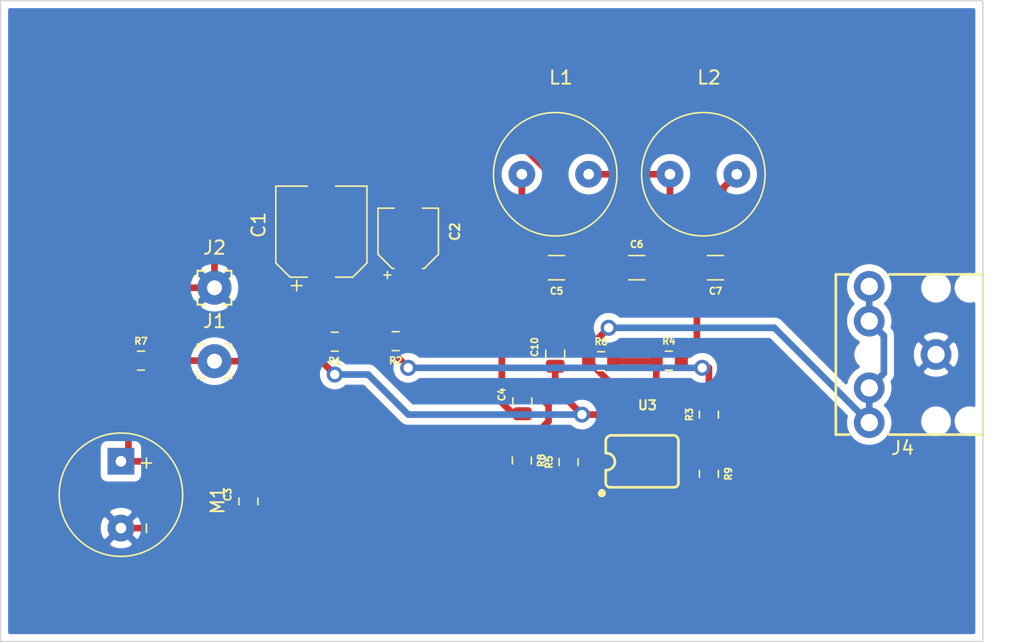
<source format=kicad_pcb>
(kicad_pcb (version 20171130) (host pcbnew "(5.1.5)-3")

  (general
    (thickness 1.6)
    (drawings 4)
    (tracks 150)
    (zones 0)
    (modules 24)
    (nets 14)
  )

  (page A4)
  (layers
    (0 F.Cu signal)
    (31 B.Cu signal)
    (32 B.Adhes user)
    (33 F.Adhes user)
    (34 B.Paste user)
    (35 F.Paste user)
    (36 B.SilkS user)
    (37 F.SilkS user)
    (38 B.Mask user)
    (39 F.Mask user)
    (40 Dwgs.User user)
    (41 Cmts.User user)
    (42 Eco1.User user)
    (43 Eco2.User user)
    (44 Edge.Cuts user)
    (45 Margin user)
    (46 B.CrtYd user)
    (47 F.CrtYd user)
    (48 B.Fab user)
    (49 F.Fab user)
  )

  (setup
    (last_trace_width 0.5)
    (user_trace_width 0.5)
    (trace_clearance 0.2)
    (zone_clearance 0.508)
    (zone_45_only no)
    (trace_min 0.2)
    (via_size 0.8)
    (via_drill 0.4)
    (via_min_size 0.4)
    (via_min_drill 0.3)
    (user_via 1.2 0.7)
    (uvia_size 0.3)
    (uvia_drill 0.1)
    (uvias_allowed no)
    (uvia_min_size 0.2)
    (uvia_min_drill 0.1)
    (edge_width 0.05)
    (segment_width 0.2)
    (pcb_text_width 0.3)
    (pcb_text_size 1.5 1.5)
    (mod_edge_width 0.12)
    (mod_text_size 1 1)
    (mod_text_width 0.15)
    (pad_size 1.524 1.524)
    (pad_drill 0.762)
    (pad_to_mask_clearance 0.051)
    (solder_mask_min_width 0.25)
    (aux_axis_origin 0 0)
    (visible_elements 7FFFFFFF)
    (pcbplotparams
      (layerselection 0x010fc_ffffffff)
      (usegerberextensions false)
      (usegerberattributes false)
      (usegerberadvancedattributes false)
      (creategerberjobfile false)
      (excludeedgelayer true)
      (linewidth 0.100000)
      (plotframeref false)
      (viasonmask false)
      (mode 1)
      (useauxorigin false)
      (hpglpennumber 1)
      (hpglpenspeed 20)
      (hpglpendiameter 15.000000)
      (psnegative false)
      (psa4output false)
      (plotreference true)
      (plotvalue true)
      (plotinvisibletext false)
      (padsonsilk false)
      (subtractmaskfromsilk false)
      (outputformat 1)
      (mirror false)
      (drillshape 1)
      (scaleselection 1)
      (outputdirectory ""))
  )

  (net 0 "")
  (net 1 GND)
  (net 2 +12V)
  (net 3 +6V)
  (net 4 "Net-(C3-Pad2)")
  (net 5 "Net-(C3-Pad1)")
  (net 6 "Net-(C4-Pad2)")
  (net 7 "Net-(C4-Pad1)")
  (net 8 "Net-(C6-Pad2)")
  (net 9 "Net-(C7-Pad2)")
  (net 10 "Net-(J4-PadRING)")
  (net 11 "Net-(R3-Pad2)")
  (net 12 "Net-(R4-Pad2)")
  (net 13 "Net-(R5-Pad2)")

  (net_class Default "This is the default net class."
    (clearance 0.2)
    (trace_width 0.25)
    (via_dia 0.8)
    (via_drill 0.4)
    (uvia_dia 0.3)
    (uvia_drill 0.1)
    (add_net +12V)
    (add_net +6V)
    (add_net GND)
    (add_net "Net-(C3-Pad1)")
    (add_net "Net-(C3-Pad2)")
    (add_net "Net-(C4-Pad1)")
    (add_net "Net-(C4-Pad2)")
    (add_net "Net-(C6-Pad2)")
    (add_net "Net-(C7-Pad2)")
    (add_net "Net-(J4-PadRING)")
    (add_net "Net-(R3-Pad2)")
    (add_net "Net-(R4-Pad2)")
    (add_net "Net-(R5-Pad2)")
  )

  (module Xenir:SO08 (layer F.Cu) (tedit 5EBB1CA2) (tstamp 5ED2E4F2)
    (at 133 75)
    (path /5EBE4386)
    (fp_text reference U3 (at 0.4 1.3) (layer F.SilkS)
      (effects (font (size 0.7 0.7) (thickness 0.15)))
    )
    (fp_text value LM358 (at 0.1 0.2) (layer F.Fab)
      (effects (font (size 0.7 0.7) (thickness 0.15)))
    )
    (fp_arc (start 2.336899 3.934601) (end 2.3368 3.5537) (angle 90.030084) (layer F.SilkS) (width 0.2032))
    (fp_arc (start -2.386947 7.1155) (end -2.7178 7.1653) (angle -90.060185) (layer F.SilkS) (width 0.2032))
    (fp_line (start 2.3368 3.5537) (end -2.3368 3.5537) (layer F.SilkS) (width 0.2032))
    (fp_line (start 2.7178 7.0653) (end 2.7178 3.9347) (layer F.SilkS) (width 0.2032))
    (fp_line (start -2.7178 4.0474) (end -2.7178 4.8904) (layer F.SilkS) (width 0.2032))
    (fp_line (start -2.7178 7.1653) (end -2.7178 6.1604) (layer F.SilkS) (width 0.2032))
    (fp_poly (pts (xy -2.159 8.802) (xy -1.651 8.802) (xy -1.651 7.7733) (xy -2.159 7.7733)) (layer F.Fab) (width 0))
    (fp_poly (pts (xy -0.889 8.802) (xy -0.381 8.802) (xy -0.381 7.7733) (xy -0.889 7.7733)) (layer F.Fab) (width 0))
    (fp_poly (pts (xy 0.381 8.802) (xy 0.889 8.802) (xy 0.889 7.7733) (xy 0.381 7.7733)) (layer F.Fab) (width 0))
    (fp_arc (start -2.667 5.5254) (end -2.667 4.8904) (angle 180) (layer F.SilkS) (width 0.2032))
    (fp_poly (pts (xy 1.651 3.214) (xy 2.159 3.214) (xy 2.159 2.198) (xy 1.651 2.198)) (layer F.Fab) (width 0))
    (fp_poly (pts (xy -2.159 3.214) (xy -1.651 3.214) (xy -1.651 2.198) (xy -2.159 2.198)) (layer F.Fab) (width 0))
    (fp_poly (pts (xy 1.651 8.802) (xy 2.159 8.802) (xy 2.159 7.7733) (xy 1.651 7.7733)) (layer F.Fab) (width 0))
    (fp_poly (pts (xy -2.69875 7.88125) (xy -2.741287 7.7225) (xy -2.8575 7.606287) (xy -3.01625 7.56375)
      (xy -3.175 7.606287) (xy -3.33375 7.88125) (xy -3.291213 8.04) (xy -3.175 8.156213)
      (xy -3.01625 8.19875) (xy -2.8575 8.156213) (xy -2.741287 8.04)) (layer F.SilkS) (width 0))
    (fp_arc (start 2.3868 7.1153) (end 2.4368 7.4463) (angle -90) (layer F.SilkS) (width 0.2032))
    (fp_poly (pts (xy -0.889 3.214) (xy -0.381 3.214) (xy -0.381 2.198) (xy -0.889 2.198)) (layer F.Fab) (width 0))
    (fp_line (start -2.3368 7.4463) (end 2.4368 7.4463) (layer F.SilkS) (width 0.2032))
    (fp_poly (pts (xy 0.381 3.214) (xy 0.889 3.214) (xy 0.889 2.198) (xy 0.381 2.198)) (layer F.Fab) (width 0))
    (fp_arc (start -2.2869 3.984621) (end -2.7178 4.0347) (angle 90.023829) (layer F.SilkS) (width 0.2032))
    (pad 3 smd rect (at 0.635 8.3) (size 0.6 1.2) (layers F.Cu F.Paste F.Mask)
      (net 5 "Net-(C3-Pad1)") (solder_mask_margin 0.1016))
    (pad 5 smd rect (at 1.905 2.7) (size 0.6 1.2) (layers F.Cu F.Paste F.Mask)
      (net 3 +6V) (solder_mask_margin 0.1016))
    (pad 7 smd rect (at -0.635 2.7) (size 0.6 1.2) (layers F.Cu F.Paste F.Mask)
      (net 10 "Net-(J4-PadRING)") (solder_mask_margin 0.1016))
    (pad 1 smd rect (at -1.905 8.3) (size 0.6 1.2) (layers F.Cu F.Paste F.Mask)
      (net 13 "Net-(R5-Pad2)") (solder_mask_margin 0.1016))
    (pad 6 smd rect (at 0.635 2.7) (size 0.6 1.2) (layers F.Cu F.Paste F.Mask)
      (net 12 "Net-(R4-Pad2)") (solder_mask_margin 0.1016))
    (pad 8 smd rect (at -1.905 2.7) (size 0.6 1.2) (layers F.Cu F.Paste F.Mask)
      (net 2 +12V) (solder_mask_margin 0.1016))
    (pad 4 smd rect (at 1.905 8.3) (size 0.6 1.2) (layers F.Cu F.Paste F.Mask)
      (net 1 GND) (solder_mask_margin 0.1016))
    (pad 2 smd rect (at -0.635 8.3) (size 0.6 1.2) (layers F.Cu F.Paste F.Mask)
      (net 11 "Net-(R3-Pad2)") (solder_mask_margin 0.1016))
  )

  (module "Xenir:Resistor 0805" (layer F.Cu) (tedit 5EAD64C3) (tstamp 5ED3B675)
    (at 135.46 81.4375 90)
    (path /5ED3BCC6)
    (fp_text reference R9 (at 0 4 90) (layer F.SilkS)
      (effects (font (size 0.5 0.5) (thickness 0.125)))
    )
    (fp_text value 10k (at 0 1 90) (layer F.Fab)
      (effects (font (size 0.5 0.5) (thickness 0.125)))
    )
    (fp_text user %R (at 0 2.54 90) (layer F.Fab)
      (effects (font (size 0.5 0.5) (thickness 0.08)))
    )
    (fp_line (start 1 3.14) (end -1 3.14) (layer F.Fab) (width 0.1))
    (fp_line (start -1 1.94) (end 1 1.94) (layer F.Fab) (width 0.1))
    (fp_line (start -0.258578 1.83) (end 0.258578 1.83) (layer F.SilkS) (width 0.12))
    (fp_line (start -1.68 1.59) (end 1.68 1.59) (layer F.CrtYd) (width 0.05))
    (fp_line (start -1 3.14) (end -1 1.94) (layer F.Fab) (width 0.1))
    (fp_line (start -1.68 3.49) (end -1.68 1.59) (layer F.CrtYd) (width 0.05))
    (fp_line (start 1 1.94) (end 1 3.14) (layer F.Fab) (width 0.1))
    (fp_line (start 1.68 1.59) (end 1.68 3.49) (layer F.CrtYd) (width 0.05))
    (fp_line (start 1.68 3.49) (end -1.68 3.49) (layer F.CrtYd) (width 0.05))
    (fp_line (start -0.258578 3.25) (end 0.258578 3.25) (layer F.SilkS) (width 0.12))
    (pad 2 smd roundrect (at 0.9375 2.54 90) (size 0.975 1.4) (layers F.Cu F.Paste F.Mask) (roundrect_rratio 0.25)
      (net 3 +6V))
    (pad 1 smd roundrect (at -0.9375 2.54 90) (size 0.975 1.4) (layers F.Cu F.Paste F.Mask) (roundrect_rratio 0.25)
      (net 5 "Net-(C3-Pad1)"))
  )

  (module Xenir:Pad (layer F.Cu) (tedit 5EAAF59E) (tstamp 5ED2EE7B)
    (at 101 64)
    (path /5ED2E627)
    (fp_text reference J2 (at 0 0.5) (layer F.SilkS)
      (effects (font (size 1 1) (thickness 0.15)))
    )
    (fp_text value Pad (at 0 -0.5) (layer F.Fab)
      (effects (font (size 1 1) (thickness 0.15)))
    )
    (fp_text user Val** (at 0 2.5) (layer F.Fab)
      (effects (font (size 0.02413 0.02413) (thickness 0.002032)) (justify left bottom))
    )
    (fp_line (start -1.27 2.23) (end -0.762 2.23) (layer F.SilkS) (width 0.1524))
    (fp_line (start -1.27 4.77) (end -0.762 4.77) (layer F.SilkS) (width 0.1524))
    (fp_line (start 1.27 4.77) (end 0.762 4.77) (layer F.SilkS) (width 0.1524))
    (fp_circle (center 0 3.5) (end 1.016 3.5) (layer F.Fab) (width 0.1524))
    (fp_line (start -1.27 4.77) (end -1.27 4.262) (layer F.SilkS) (width 0.1524))
    (fp_line (start 1.27 2.23) (end 1.27 2.738) (layer F.SilkS) (width 0.1524))
    (fp_line (start -1.27 2.23) (end -1.27 2.738) (layer F.SilkS) (width 0.1524))
    (fp_line (start 1.27 4.77) (end 1.27 4.262) (layer F.SilkS) (width 0.1524))
    (fp_line (start 1.27 2.23) (end 0.762 2.23) (layer F.SilkS) (width 0.1524))
    (pad 1 thru_hole circle (at 0 3.5) (size 2.54 2.54) (drill 1.1176) (layers *.Cu *.Mask)
      (net 1 GND) (solder_mask_margin 0.1016))
  )

  (module "Xenir:Resistor 0805" (layer F.Cu) (tedit 5EAD64C3) (tstamp 5ED2E4D3)
    (at 121.46 80.4375 90)
    (path /5ED4A58A)
    (fp_text reference R8 (at 0 4 90) (layer F.SilkS)
      (effects (font (size 0.5 0.5) (thickness 0.125)))
    )
    (fp_text value 470 (at 0 1 90) (layer F.Fab)
      (effects (font (size 0.5 0.5) (thickness 0.125)))
    )
    (fp_text user %R (at 0 2.54 90) (layer F.Fab)
      (effects (font (size 0.5 0.5) (thickness 0.08)))
    )
    (fp_line (start 1 3.14) (end -1 3.14) (layer F.Fab) (width 0.1))
    (fp_line (start -1 1.94) (end 1 1.94) (layer F.Fab) (width 0.1))
    (fp_line (start -0.258578 1.83) (end 0.258578 1.83) (layer F.SilkS) (width 0.12))
    (fp_line (start -1.68 1.59) (end 1.68 1.59) (layer F.CrtYd) (width 0.05))
    (fp_line (start -1 3.14) (end -1 1.94) (layer F.Fab) (width 0.1))
    (fp_line (start -1.68 3.49) (end -1.68 1.59) (layer F.CrtYd) (width 0.05))
    (fp_line (start 1 1.94) (end 1 3.14) (layer F.Fab) (width 0.1))
    (fp_line (start 1.68 1.59) (end 1.68 3.49) (layer F.CrtYd) (width 0.05))
    (fp_line (start 1.68 3.49) (end -1.68 3.49) (layer F.CrtYd) (width 0.05))
    (fp_line (start -0.258578 3.25) (end 0.258578 3.25) (layer F.SilkS) (width 0.12))
    (pad 2 smd roundrect (at 0.9375 2.54 90) (size 0.975 1.4) (layers F.Cu F.Paste F.Mask) (roundrect_rratio 0.25)
      (net 6 "Net-(C4-Pad2)"))
    (pad 1 smd roundrect (at -0.9375 2.54 90) (size 0.975 1.4) (layers F.Cu F.Paste F.Mask) (roundrect_rratio 0.25)
      (net 13 "Net-(R5-Pad2)"))
  )

  (module "Xenir:Resistor 0805" (layer F.Cu) (tedit 5EAD64C3) (tstamp 5ED2E4C2)
    (at 95.5 75.5 180)
    (path /5ED2B027)
    (fp_text reference R7 (at 0 4) (layer F.SilkS)
      (effects (font (size 0.5 0.5) (thickness 0.125)))
    )
    (fp_text value 4.7k (at 0 1) (layer F.Fab)
      (effects (font (size 0.5 0.5) (thickness 0.125)))
    )
    (fp_text user %R (at 0 2.54) (layer F.Fab)
      (effects (font (size 0.5 0.5) (thickness 0.08)))
    )
    (fp_line (start 1 3.14) (end -1 3.14) (layer F.Fab) (width 0.1))
    (fp_line (start -1 1.94) (end 1 1.94) (layer F.Fab) (width 0.1))
    (fp_line (start -0.258578 1.83) (end 0.258578 1.83) (layer F.SilkS) (width 0.12))
    (fp_line (start -1.68 1.59) (end 1.68 1.59) (layer F.CrtYd) (width 0.05))
    (fp_line (start -1 3.14) (end -1 1.94) (layer F.Fab) (width 0.1))
    (fp_line (start -1.68 3.49) (end -1.68 1.59) (layer F.CrtYd) (width 0.05))
    (fp_line (start 1 1.94) (end 1 3.14) (layer F.Fab) (width 0.1))
    (fp_line (start 1.68 1.59) (end 1.68 3.49) (layer F.CrtYd) (width 0.05))
    (fp_line (start 1.68 3.49) (end -1.68 3.49) (layer F.CrtYd) (width 0.05))
    (fp_line (start -0.258578 3.25) (end 0.258578 3.25) (layer F.SilkS) (width 0.12))
    (pad 2 smd roundrect (at 0.9375 2.54 180) (size 0.975 1.4) (layers F.Cu F.Paste F.Mask) (roundrect_rratio 0.25)
      (net 4 "Net-(C3-Pad2)"))
    (pad 1 smd roundrect (at -0.9375 2.54 180) (size 0.975 1.4) (layers F.Cu F.Paste F.Mask) (roundrect_rratio 0.25)
      (net 2 +12V))
  )

  (module "Xenir:Resistor 0805" (layer F.Cu) (tedit 5EAD64C3) (tstamp 5ED2E4B1)
    (at 129.9375 75.54 180)
    (path /5EBEF69F)
    (fp_text reference R6 (at 0 4) (layer F.SilkS)
      (effects (font (size 0.5 0.5) (thickness 0.125)))
    )
    (fp_text value 1k (at 0 1) (layer F.Fab)
      (effects (font (size 0.5 0.5) (thickness 0.125)))
    )
    (fp_text user %R (at 0 2.54) (layer F.Fab)
      (effects (font (size 0.5 0.5) (thickness 0.08)))
    )
    (fp_line (start 1 3.14) (end -1 3.14) (layer F.Fab) (width 0.1))
    (fp_line (start -1 1.94) (end 1 1.94) (layer F.Fab) (width 0.1))
    (fp_line (start -0.258578 1.83) (end 0.258578 1.83) (layer F.SilkS) (width 0.12))
    (fp_line (start -1.68 1.59) (end 1.68 1.59) (layer F.CrtYd) (width 0.05))
    (fp_line (start -1 3.14) (end -1 1.94) (layer F.Fab) (width 0.1))
    (fp_line (start -1.68 3.49) (end -1.68 1.59) (layer F.CrtYd) (width 0.05))
    (fp_line (start 1 1.94) (end 1 3.14) (layer F.Fab) (width 0.1))
    (fp_line (start 1.68 1.59) (end 1.68 3.49) (layer F.CrtYd) (width 0.05))
    (fp_line (start 1.68 3.49) (end -1.68 3.49) (layer F.CrtYd) (width 0.05))
    (fp_line (start -0.258578 3.25) (end 0.258578 3.25) (layer F.SilkS) (width 0.12))
    (pad 2 smd roundrect (at 0.9375 2.54 180) (size 0.975 1.4) (layers F.Cu F.Paste F.Mask) (roundrect_rratio 0.25)
      (net 10 "Net-(J4-PadRING)"))
    (pad 1 smd roundrect (at -0.9375 2.54 180) (size 0.975 1.4) (layers F.Cu F.Paste F.Mask) (roundrect_rratio 0.25)
      (net 12 "Net-(R4-Pad2)"))
  )

  (module "Xenir:Resistor 0805" (layer F.Cu) (tedit 5EAD64C3) (tstamp 5ED2E4A0)
    (at 130.04 80.5625 270)
    (path /5EBEE907)
    (fp_text reference R5 (at 0 4 90) (layer F.SilkS)
      (effects (font (size 0.5 0.5) (thickness 0.125)))
    )
    (fp_text value 10k (at 0 1 90) (layer F.Fab)
      (effects (font (size 0.5 0.5) (thickness 0.125)))
    )
    (fp_text user %R (at 0 2.54 90) (layer F.Fab)
      (effects (font (size 0.5 0.5) (thickness 0.08)))
    )
    (fp_line (start 1 3.14) (end -1 3.14) (layer F.Fab) (width 0.1))
    (fp_line (start -1 1.94) (end 1 1.94) (layer F.Fab) (width 0.1))
    (fp_line (start -0.258578 1.83) (end 0.258578 1.83) (layer F.SilkS) (width 0.12))
    (fp_line (start -1.68 1.59) (end 1.68 1.59) (layer F.CrtYd) (width 0.05))
    (fp_line (start -1 3.14) (end -1 1.94) (layer F.Fab) (width 0.1))
    (fp_line (start -1.68 3.49) (end -1.68 1.59) (layer F.CrtYd) (width 0.05))
    (fp_line (start 1 1.94) (end 1 3.14) (layer F.Fab) (width 0.1))
    (fp_line (start 1.68 1.59) (end 1.68 3.49) (layer F.CrtYd) (width 0.05))
    (fp_line (start 1.68 3.49) (end -1.68 3.49) (layer F.CrtYd) (width 0.05))
    (fp_line (start -0.258578 3.25) (end 0.258578 3.25) (layer F.SilkS) (width 0.12))
    (pad 2 smd roundrect (at 0.9375 2.54 270) (size 0.975 1.4) (layers F.Cu F.Paste F.Mask) (roundrect_rratio 0.25)
      (net 13 "Net-(R5-Pad2)"))
    (pad 1 smd roundrect (at -0.9375 2.54 270) (size 0.975 1.4) (layers F.Cu F.Paste F.Mask) (roundrect_rratio 0.25)
      (net 11 "Net-(R3-Pad2)"))
  )

  (module "Xenir:Resistor 0805" (layer F.Cu) (tedit 5EAD64C3) (tstamp 5ED2E48F)
    (at 135 75.5 180)
    (path /5EBF0177)
    (fp_text reference R4 (at 0 4) (layer F.SilkS)
      (effects (font (size 0.5 0.5) (thickness 0.125)))
    )
    (fp_text value 470 (at 0 1) (layer F.Fab)
      (effects (font (size 0.5 0.5) (thickness 0.125)))
    )
    (fp_text user %R (at 0 2.54) (layer F.Fab)
      (effects (font (size 0.5 0.5) (thickness 0.08)))
    )
    (fp_line (start 1 3.14) (end -1 3.14) (layer F.Fab) (width 0.1))
    (fp_line (start -1 1.94) (end 1 1.94) (layer F.Fab) (width 0.1))
    (fp_line (start -0.258578 1.83) (end 0.258578 1.83) (layer F.SilkS) (width 0.12))
    (fp_line (start -1.68 1.59) (end 1.68 1.59) (layer F.CrtYd) (width 0.05))
    (fp_line (start -1 3.14) (end -1 1.94) (layer F.Fab) (width 0.1))
    (fp_line (start -1.68 3.49) (end -1.68 1.59) (layer F.CrtYd) (width 0.05))
    (fp_line (start 1 1.94) (end 1 3.14) (layer F.Fab) (width 0.1))
    (fp_line (start 1.68 1.59) (end 1.68 3.49) (layer F.CrtYd) (width 0.05))
    (fp_line (start 1.68 3.49) (end -1.68 3.49) (layer F.CrtYd) (width 0.05))
    (fp_line (start -0.258578 3.25) (end 0.258578 3.25) (layer F.SilkS) (width 0.12))
    (pad 2 smd roundrect (at 0.9375 2.54 180) (size 0.975 1.4) (layers F.Cu F.Paste F.Mask) (roundrect_rratio 0.25)
      (net 12 "Net-(R4-Pad2)"))
    (pad 1 smd roundrect (at -0.9375 2.54 180) (size 0.975 1.4) (layers F.Cu F.Paste F.Mask) (roundrect_rratio 0.25)
      (net 9 "Net-(C7-Pad2)"))
  )

  (module "Xenir:Resistor 0805" (layer F.Cu) (tedit 5EAD64C3) (tstamp 5ED2E47E)
    (at 140.54 77 270)
    (path /5EBEFBC0)
    (fp_text reference R3 (at 0 4 90) (layer F.SilkS)
      (effects (font (size 0.5 0.5) (thickness 0.125)))
    )
    (fp_text value 470 (at 0 1 90) (layer F.Fab)
      (effects (font (size 0.5 0.5) (thickness 0.125)))
    )
    (fp_text user %R (at 0 2.54 90) (layer F.Fab)
      (effects (font (size 0.5 0.5) (thickness 0.08)))
    )
    (fp_line (start 1 3.14) (end -1 3.14) (layer F.Fab) (width 0.1))
    (fp_line (start -1 1.94) (end 1 1.94) (layer F.Fab) (width 0.1))
    (fp_line (start -0.258578 1.83) (end 0.258578 1.83) (layer F.SilkS) (width 0.12))
    (fp_line (start -1.68 1.59) (end 1.68 1.59) (layer F.CrtYd) (width 0.05))
    (fp_line (start -1 3.14) (end -1 1.94) (layer F.Fab) (width 0.1))
    (fp_line (start -1.68 3.49) (end -1.68 1.59) (layer F.CrtYd) (width 0.05))
    (fp_line (start 1 1.94) (end 1 3.14) (layer F.Fab) (width 0.1))
    (fp_line (start 1.68 1.59) (end 1.68 3.49) (layer F.CrtYd) (width 0.05))
    (fp_line (start 1.68 3.49) (end -1.68 3.49) (layer F.CrtYd) (width 0.05))
    (fp_line (start -0.258578 3.25) (end 0.258578 3.25) (layer F.SilkS) (width 0.12))
    (pad 2 smd roundrect (at 0.9375 2.54 270) (size 0.975 1.4) (layers F.Cu F.Paste F.Mask) (roundrect_rratio 0.25)
      (net 11 "Net-(R3-Pad2)"))
    (pad 1 smd roundrect (at -0.9375 2.54 270) (size 0.975 1.4) (layers F.Cu F.Paste F.Mask) (roundrect_rratio 0.25)
      (net 3 +6V))
  )

  (module "Xenir:Resistor 0805" (layer F.Cu) (tedit 5EAD64C3) (tstamp 5ED2E46D)
    (at 114.5625 68.96)
    (path /5EAF1368)
    (fp_text reference R2 (at 0 4) (layer F.SilkS)
      (effects (font (size 0.5 0.5) (thickness 0.125)))
    )
    (fp_text value 10k (at 0 1) (layer F.Fab)
      (effects (font (size 0.5 0.5) (thickness 0.125)))
    )
    (fp_text user %R (at 0 2.54) (layer F.Fab)
      (effects (font (size 0.5 0.5) (thickness 0.08)))
    )
    (fp_line (start 1 3.14) (end -1 3.14) (layer F.Fab) (width 0.1))
    (fp_line (start -1 1.94) (end 1 1.94) (layer F.Fab) (width 0.1))
    (fp_line (start -0.258578 1.83) (end 0.258578 1.83) (layer F.SilkS) (width 0.12))
    (fp_line (start -1.68 1.59) (end 1.68 1.59) (layer F.CrtYd) (width 0.05))
    (fp_line (start -1 3.14) (end -1 1.94) (layer F.Fab) (width 0.1))
    (fp_line (start -1.68 3.49) (end -1.68 1.59) (layer F.CrtYd) (width 0.05))
    (fp_line (start 1 1.94) (end 1 3.14) (layer F.Fab) (width 0.1))
    (fp_line (start 1.68 1.59) (end 1.68 3.49) (layer F.CrtYd) (width 0.05))
    (fp_line (start 1.68 3.49) (end -1.68 3.49) (layer F.CrtYd) (width 0.05))
    (fp_line (start -0.258578 3.25) (end 0.258578 3.25) (layer F.SilkS) (width 0.12))
    (pad 2 smd roundrect (at 0.9375 2.54) (size 0.975 1.4) (layers F.Cu F.Paste F.Mask) (roundrect_rratio 0.25)
      (net 1 GND))
    (pad 1 smd roundrect (at -0.9375 2.54) (size 0.975 1.4) (layers F.Cu F.Paste F.Mask) (roundrect_rratio 0.25)
      (net 3 +6V))
  )

  (module "Xenir:Resistor 0805" (layer F.Cu) (tedit 5EAD64C3) (tstamp 5ED2E45C)
    (at 110 69)
    (path /5EAF016C)
    (fp_text reference R1 (at 0 4) (layer F.SilkS)
      (effects (font (size 0.5 0.5) (thickness 0.125)))
    )
    (fp_text value 10k (at 0 1) (layer F.Fab)
      (effects (font (size 0.5 0.5) (thickness 0.125)))
    )
    (fp_text user %R (at 0 2.54) (layer F.Fab)
      (effects (font (size 0.5 0.5) (thickness 0.08)))
    )
    (fp_line (start 1 3.14) (end -1 3.14) (layer F.Fab) (width 0.1))
    (fp_line (start -1 1.94) (end 1 1.94) (layer F.Fab) (width 0.1))
    (fp_line (start -0.258578 1.83) (end 0.258578 1.83) (layer F.SilkS) (width 0.12))
    (fp_line (start -1.68 1.59) (end 1.68 1.59) (layer F.CrtYd) (width 0.05))
    (fp_line (start -1 3.14) (end -1 1.94) (layer F.Fab) (width 0.1))
    (fp_line (start -1.68 3.49) (end -1.68 1.59) (layer F.CrtYd) (width 0.05))
    (fp_line (start 1 1.94) (end 1 3.14) (layer F.Fab) (width 0.1))
    (fp_line (start 1.68 1.59) (end 1.68 3.49) (layer F.CrtYd) (width 0.05))
    (fp_line (start 1.68 3.49) (end -1.68 3.49) (layer F.CrtYd) (width 0.05))
    (fp_line (start -0.258578 3.25) (end 0.258578 3.25) (layer F.SilkS) (width 0.12))
    (pad 2 smd roundrect (at 0.9375 2.54) (size 0.975 1.4) (layers F.Cu F.Paste F.Mask) (roundrect_rratio 0.25)
      (net 3 +6V))
    (pad 1 smd roundrect (at -0.9375 2.54) (size 0.975 1.4) (layers F.Cu F.Paste F.Mask) (roundrect_rratio 0.25)
      (net 2 +12V))
  )

  (module Xenir:Electret (layer F.Cu) (tedit 5ED2833F) (tstamp 5ED2E44B)
    (at 97.683 82.913 270)
    (path /5ED49E47)
    (fp_text reference M1 (at 0.508 -3.556 90) (layer F.SilkS)
      (effects (font (size 1 1) (thickness 0.15)))
    )
    (fp_text value Electret (at 0.254 -2.159 90) (layer F.Fab)
      (effects (font (size 1 1) (thickness 0.15)))
    )
    (fp_line (start 2.286 1.778) (end 2.921 1.778) (layer F.SilkS) (width 0.12))
    (fp_line (start -2.159 1.778) (end -1.905 1.778) (layer F.SilkS) (width 0.12))
    (fp_line (start -2.286 1.397) (end -2.286 2.159) (layer F.SilkS) (width 0.12))
    (fp_line (start -2.667 1.778) (end -2.032 1.778) (layer F.SilkS) (width 0.12))
    (fp_text user %R (at 0.087 3.683 90) (layer F.Fab)
      (effects (font (size 1 1) (thickness 0.15)))
    )
    (fp_circle (center 0.087 3.683) (end 4.707 3.683) (layer F.SilkS) (width 0.12))
    (fp_circle (center 0.087 3.683) (end 4.837 3.683) (layer F.CrtYd) (width 0.05))
    (fp_circle (center 0.087 3.683) (end 4.587 3.683) (layer F.Fab) (width 0.1))
    (pad 1 thru_hole rect (at -2.413 3.683 270) (size 2 2) (drill 0.8) (layers *.Cu *.Mask)
      (net 4 "Net-(C3-Pad2)"))
    (pad 2 thru_hole circle (at 2.587 3.683 270) (size 2 2) (drill 0.8) (layers *.Cu *.Mask)
      (net 1 GND))
  )

  (module Xenir:Inductor_5mm (layer F.Cu) (tedit 5ED2692B) (tstamp 5ED2E43D)
    (at 137.5 55.317)
    (path /5ED5D33C)
    (fp_text reference L2 (at 0.508 -3.556) (layer F.SilkS)
      (effects (font (size 1 1) (thickness 0.15)))
    )
    (fp_text value 33mH (at 0.254 -2.159) (layer F.Fab)
      (effects (font (size 1 1) (thickness 0.15)))
    )
    (fp_text user %R (at 0.087 3.683) (layer F.Fab)
      (effects (font (size 1 1) (thickness 0.15)))
    )
    (fp_circle (center 0.087 3.683) (end 4.707 3.683) (layer F.SilkS) (width 0.12))
    (fp_circle (center 0.087 3.683) (end 4.837 3.683) (layer F.CrtYd) (width 0.05))
    (fp_circle (center 0.087 3.683) (end 4.587 3.683) (layer F.Fab) (width 0.1))
    (pad 1 thru_hole circle (at -2.413 3.683) (size 2 2) (drill 0.8) (layers *.Cu *.Mask)
      (net 8 "Net-(C6-Pad2)"))
    (pad 2 thru_hole circle (at 2.587 3.683) (size 2 2) (drill 0.8) (layers *.Cu *.Mask)
      (net 9 "Net-(C7-Pad2)"))
  )

  (module Xenir:Inductor_5mm (layer F.Cu) (tedit 5ED2692B) (tstamp 5ED2E433)
    (at 126.413 55.317)
    (path /5ED5C486)
    (fp_text reference L1 (at 0.508 -3.556) (layer F.SilkS)
      (effects (font (size 1 1) (thickness 0.15)))
    )
    (fp_text value 33mH (at 0.254 -2.159) (layer F.Fab)
      (effects (font (size 1 1) (thickness 0.15)))
    )
    (fp_text user %R (at 0.087 3.683) (layer F.Fab)
      (effects (font (size 1 1) (thickness 0.15)))
    )
    (fp_circle (center 0.087 3.683) (end 4.707 3.683) (layer F.SilkS) (width 0.12))
    (fp_circle (center 0.087 3.683) (end 4.837 3.683) (layer F.CrtYd) (width 0.05))
    (fp_circle (center 0.087 3.683) (end 4.587 3.683) (layer F.Fab) (width 0.1))
    (pad 1 thru_hole circle (at -2.413 3.683) (size 2 2) (drill 0.8) (layers *.Cu *.Mask)
      (net 7 "Net-(C4-Pad1)"))
    (pad 2 thru_hole circle (at 2.587 3.683) (size 2 2) (drill 0.8) (layers *.Cu *.Mask)
      (net 8 "Net-(C6-Pad2)"))
  )

  (module Xenir:Audio_Jack (layer F.Cu) (tedit 5ED2A970) (tstamp 5ED2E429)
    (at 153 81 180)
    (path /5EB86B0A)
    (fp_text reference J4 (at 0.5 1.5) (layer F.SilkS)
      (effects (font (size 1 1) (thickness 0.15)))
    )
    (fp_text value Audio_Jack (at 0 -0.5) (layer F.Fab)
      (effects (font (size 1 1) (thickness 0.15)))
    )
    (fp_line (start -5.5 2.5) (end -5.5 14.5) (layer F.SilkS) (width 0.2032))
    (fp_line (start -5.5 2.5) (end -5.5 4) (layer F.Fab) (width 0.2032))
    (fp_line (start -6.5 13) (end -5.5 13) (layer F.Fab) (width 0.2032))
    (fp_line (start 5.5 2.5) (end 5.5 14.5) (layer F.SilkS) (width 0.2032))
    (fp_circle (center 3 6) (end 3.3302 6) (layer F.Mask) (width 0.6604))
    (fp_circle (center 3 13.6) (end 3.3302 13.6) (layer F.Mask) (width 0.6604))
    (fp_line (start -6.5 4) (end -6.5 5.5) (layer F.Fab) (width 0.2032))
    (fp_line (start -6.5 11.5) (end -6.5 13) (layer F.Fab) (width 0.2032))
    (fp_circle (center 3 11) (end 3.6096 11) (layer B.Mask) (width 1.2192))
    (fp_line (start -5.5 14.5) (end 1.5 14.5) (layer F.SilkS) (width 0.2032))
    (fp_circle (center -2 8.5) (end -1.6698 8.5) (layer F.Mask) (width 0.6604))
    (fp_circle (center 3 3.4) (end 3.6096 3.4) (layer B.Mask) (width 1.2192))
    (fp_line (start 5.5 14.5) (end 4.5 14.5) (layer F.SilkS) (width 0.2032))
    (fp_circle (center 3 3.4) (end 3.3302 3.4) (layer F.Mask) (width 0.6604))
    (fp_line (start -5.5 13) (end -5.5 14.5) (layer F.Fab) (width 0.2032))
    (fp_line (start -8.5 5.5) (end -8.5 11.5) (layer F.Fab) (width 0.2032))
    (fp_circle (center 3 11) (end 3.3302 11) (layer F.Mask) (width 0.6604))
    (fp_circle (center 3 13.6) (end 3.6096 13.6) (layer B.Mask) (width 1.2192))
    (fp_line (start 5.5 2.5) (end 4.5 2.5) (layer F.SilkS) (width 0.2032))
    (fp_line (start -8.5 11.5) (end -6.5 11.5) (layer F.Fab) (width 0.2032))
    (fp_line (start -5.5 2.5) (end 1.5 2.5) (layer F.SilkS) (width 0.2032))
    (fp_circle (center -2 8.5) (end -1.3904 8.5) (layer B.Mask) (width 1.2192))
    (fp_circle (center 3 6) (end 3.6096 6) (layer B.Mask) (width 1.2192))
    (fp_line (start -6.5 4) (end -5.5 4) (layer F.Fab) (width 0.2032))
    (fp_line (start -8.5 5.5) (end -6.5 5.5) (layer F.Fab) (width 0.2032))
    (pad "" np_thru_hole circle (at -4.5 3.5 180) (size 1.2 1.2) (drill 1.2) (layers *.Cu *.Mask))
    (pad "" np_thru_hole circle (at -2 3.5 180) (size 1.2 1.2) (drill 1.2) (layers *.Cu *.Mask))
    (pad RING thru_hole circle (at 3 3.4 180) (size 2.3 2.3) (drill 1.3) (layers *.Cu *.Mask)
      (net 10 "Net-(J4-PadRING)") (solder_mask_margin 0.1016))
    (pad "" np_thru_hole circle (at 3 8.5 180) (size 1.2 1.2) (drill 1.2) (layers *.Cu *.Mask))
    (pad SLEEVE thru_hole circle (at -2 8.5 180) (size 2.3 2.3) (drill 1.3) (layers *.Cu *.Mask)
      (net 1 GND) (solder_mask_margin 0.1016))
    (pad "" np_thru_hole circle (at -2 13.5 180) (size 1.2 1.2) (drill 1.2) (layers *.Cu *.Mask))
    (pad TIP thru_hole circle (at 3 13.6 180) (size 2.3 2.3) (drill 1.3) (layers *.Cu *.Mask)
      (net 10 "Net-(J4-PadRING)") (solder_mask_margin 0.1016))
    (pad TSH thru_hole circle (at 3 11 180) (size 2.3 2.3) (drill 1.3) (layers *.Cu *.Mask)
      (net 10 "Net-(J4-PadRING)") (solder_mask_margin 0.1016))
    (pad "" np_thru_hole circle (at -4.5 13.5 180) (size 1.2 1.2) (drill 1.2) (layers *.Cu *.Mask))
    (pad RSH thru_hole circle (at 3 6 180) (size 2.3 2.3) (drill 1.3) (layers *.Cu *.Mask)
      (net 10 "Net-(J4-PadRING)") (solder_mask_margin 0.1016))
  )

  (module Xenir:Pad (layer F.Cu) (tedit 5EAAF59E) (tstamp 5ED2E402)
    (at 101 69.5)
    (path /5EB73A9C)
    (fp_text reference J1 (at 0 0.5) (layer F.SilkS)
      (effects (font (size 1 1) (thickness 0.15)))
    )
    (fp_text value Pad (at 0 -0.5) (layer F.Fab)
      (effects (font (size 1 1) (thickness 0.15)))
    )
    (fp_text user Val** (at 0 2.5) (layer F.Fab)
      (effects (font (size 0.02413 0.02413) (thickness 0.002032)) (justify left bottom))
    )
    (fp_line (start -1.27 2.23) (end -0.762 2.23) (layer F.SilkS) (width 0.1524))
    (fp_line (start -1.27 4.77) (end -0.762 4.77) (layer F.SilkS) (width 0.1524))
    (fp_line (start 1.27 4.77) (end 0.762 4.77) (layer F.SilkS) (width 0.1524))
    (fp_circle (center 0 3.5) (end 1.016 3.5) (layer F.Fab) (width 0.1524))
    (fp_line (start -1.27 4.77) (end -1.27 4.262) (layer F.SilkS) (width 0.1524))
    (fp_line (start 1.27 2.23) (end 1.27 2.738) (layer F.SilkS) (width 0.1524))
    (fp_line (start -1.27 2.23) (end -1.27 2.738) (layer F.SilkS) (width 0.1524))
    (fp_line (start 1.27 4.77) (end 1.27 4.262) (layer F.SilkS) (width 0.1524))
    (fp_line (start 1.27 2.23) (end 0.762 2.23) (layer F.SilkS) (width 0.1524))
    (pad 1 thru_hole circle (at 0 3.5) (size 2.54 2.54) (drill 1.1176) (layers *.Cu *.Mask)
      (net 2 +12V) (solder_mask_margin 0.1016))
  )

  (module "Xenir:Capacitor 0805" (layer F.Cu) (tedit 5EAD6262) (tstamp 5ED2E3F3)
    (at 123.96 72.4375 90)
    (path /5EB751C3)
    (fp_text reference C10 (at 0.5 1 90) (layer F.SilkS)
      (effects (font (size 0.5 0.5) (thickness 0.125)))
    )
    (fp_text value .1uF (at 0.5 4 90) (layer F.Fab)
      (effects (font (size 0.5 0.5) (thickness 0.125)))
    )
    (fp_text user %R (at 0 2.54 90) (layer F.Fab)
      (effects (font (size 0.5 0.5) (thickness 0.08)))
    )
    (fp_line (start -1 3.14) (end -1 1.94) (layer F.Fab) (width 0.1))
    (fp_line (start -1.68 1.59) (end 1.68 1.59) (layer F.CrtYd) (width 0.05))
    (fp_line (start 1.68 1.59) (end 1.68 3.49) (layer F.CrtYd) (width 0.05))
    (fp_line (start -1.68 3.49) (end -1.68 1.59) (layer F.CrtYd) (width 0.05))
    (fp_line (start 1 1.94) (end 1 3.14) (layer F.Fab) (width 0.1))
    (fp_line (start -0.258578 3.25) (end 0.258578 3.25) (layer F.SilkS) (width 0.12))
    (fp_line (start -1 1.94) (end 1 1.94) (layer F.Fab) (width 0.1))
    (fp_line (start 1 3.14) (end -1 3.14) (layer F.Fab) (width 0.1))
    (fp_line (start -0.258578 1.83) (end 0.258578 1.83) (layer F.SilkS) (width 0.12))
    (fp_line (start 1.68 3.49) (end -1.68 3.49) (layer F.CrtYd) (width 0.05))
    (pad 2 smd roundrect (at 0.9375 2.54 90) (size 0.975 1.4) (layers F.Cu F.Paste F.Mask) (roundrect_rratio 0.25)
      (net 1 GND))
    (pad 1 smd roundrect (at -0.9375 2.54 90) (size 0.975 1.4) (layers F.Cu F.Paste F.Mask) (roundrect_rratio 0.25)
      (net 2 +12V))
  )

  (module "Xenir:Capacitor 1206" (layer F.Cu) (tedit 5EAEEA25) (tstamp 5ED2E3E2)
    (at 138.5 68.25 180)
    (path /5ED5E82B)
    (fp_text reference C7 (at 0 0.5) (layer F.SilkS)
      (effects (font (size 0.5 0.5) (thickness 0.125)))
    )
    (fp_text value .068uF (at 0.5 4) (layer F.Fab)
      (effects (font (size 0.5 0.5) (thickness 0.125)))
    )
    (fp_text user %R (at 0 2.25) (layer F.Fab)
      (effects (font (size 0.8 0.8) (thickness 0.12)))
    )
    (fp_line (start -1.6 3.05) (end -1.6 1.45) (layer F.Fab) (width 0.1))
    (fp_line (start 2.28 1.13) (end 2.28 3.37) (layer F.CrtYd) (width 0.05))
    (fp_line (start -1.6 1.45) (end 1.6 1.45) (layer F.Fab) (width 0.1))
    (fp_line (start -2.28 3.37) (end -2.28 1.13) (layer F.CrtYd) (width 0.05))
    (fp_line (start -0.602064 1.34) (end 0.602064 1.34) (layer F.SilkS) (width 0.12))
    (fp_line (start -0.602064 3.16) (end 0.602064 3.16) (layer F.SilkS) (width 0.12))
    (fp_line (start -2.28 1.13) (end 2.28 1.13) (layer F.CrtYd) (width 0.05))
    (fp_line (start 2.28 3.37) (end -2.28 3.37) (layer F.CrtYd) (width 0.05))
    (fp_line (start 1.6 3.05) (end -1.6 3.05) (layer F.Fab) (width 0.1))
    (fp_line (start 1.6 1.45) (end 1.6 3.05) (layer F.Fab) (width 0.1))
    (pad 2 smd roundrect (at 1.4 2.25 180) (size 1.25 1.75) (layers F.Cu F.Paste F.Mask) (roundrect_rratio 0.2)
      (net 9 "Net-(C7-Pad2)"))
    (pad 1 smd roundrect (at -1.4 2.25 180) (size 1.25 1.75) (layers F.Cu F.Paste F.Mask) (roundrect_rratio 0.2)
      (net 1 GND))
  )

  (module "Xenir:Capacitor 1206" (layer F.Cu) (tedit 5EAEEA25) (tstamp 5ED2E3D1)
    (at 132.6 63.75)
    (path /5ED5E387)
    (fp_text reference C6 (at 0 0.5) (layer F.SilkS)
      (effects (font (size 0.5 0.5) (thickness 0.125)))
    )
    (fp_text value .18uF (at 0.5 4) (layer F.Fab)
      (effects (font (size 0.5 0.5) (thickness 0.125)))
    )
    (fp_text user %R (at 0 2.25) (layer F.Fab)
      (effects (font (size 0.8 0.8) (thickness 0.12)))
    )
    (fp_line (start -1.6 3.05) (end -1.6 1.45) (layer F.Fab) (width 0.1))
    (fp_line (start 2.28 1.13) (end 2.28 3.37) (layer F.CrtYd) (width 0.05))
    (fp_line (start -1.6 1.45) (end 1.6 1.45) (layer F.Fab) (width 0.1))
    (fp_line (start -2.28 3.37) (end -2.28 1.13) (layer F.CrtYd) (width 0.05))
    (fp_line (start -0.602064 1.34) (end 0.602064 1.34) (layer F.SilkS) (width 0.12))
    (fp_line (start -0.602064 3.16) (end 0.602064 3.16) (layer F.SilkS) (width 0.12))
    (fp_line (start -2.28 1.13) (end 2.28 1.13) (layer F.CrtYd) (width 0.05))
    (fp_line (start 2.28 3.37) (end -2.28 3.37) (layer F.CrtYd) (width 0.05))
    (fp_line (start 1.6 3.05) (end -1.6 3.05) (layer F.Fab) (width 0.1))
    (fp_line (start 1.6 1.45) (end 1.6 3.05) (layer F.Fab) (width 0.1))
    (pad 2 smd roundrect (at 1.4 2.25) (size 1.25 1.75) (layers F.Cu F.Paste F.Mask) (roundrect_rratio 0.2)
      (net 8 "Net-(C6-Pad2)"))
    (pad 1 smd roundrect (at -1.4 2.25) (size 1.25 1.75) (layers F.Cu F.Paste F.Mask) (roundrect_rratio 0.2)
      (net 1 GND))
  )

  (module "Xenir:Capacitor 1206" (layer F.Cu) (tedit 5EAEEA25) (tstamp 5ED2E3C0)
    (at 126.6 68.25 180)
    (path /5ED5D9DE)
    (fp_text reference C5 (at 0 0.5) (layer F.SilkS)
      (effects (font (size 0.5 0.5) (thickness 0.125)))
    )
    (fp_text value .068uF (at 0.5 4) (layer F.Fab)
      (effects (font (size 0.5 0.5) (thickness 0.125)))
    )
    (fp_text user %R (at 0 2.25) (layer F.Fab)
      (effects (font (size 0.8 0.8) (thickness 0.12)))
    )
    (fp_line (start -1.6 3.05) (end -1.6 1.45) (layer F.Fab) (width 0.1))
    (fp_line (start 2.28 1.13) (end 2.28 3.37) (layer F.CrtYd) (width 0.05))
    (fp_line (start -1.6 1.45) (end 1.6 1.45) (layer F.Fab) (width 0.1))
    (fp_line (start -2.28 3.37) (end -2.28 1.13) (layer F.CrtYd) (width 0.05))
    (fp_line (start -0.602064 1.34) (end 0.602064 1.34) (layer F.SilkS) (width 0.12))
    (fp_line (start -0.602064 3.16) (end 0.602064 3.16) (layer F.SilkS) (width 0.12))
    (fp_line (start -2.28 1.13) (end 2.28 1.13) (layer F.CrtYd) (width 0.05))
    (fp_line (start 2.28 3.37) (end -2.28 3.37) (layer F.CrtYd) (width 0.05))
    (fp_line (start 1.6 3.05) (end -1.6 3.05) (layer F.Fab) (width 0.1))
    (fp_line (start 1.6 1.45) (end 1.6 3.05) (layer F.Fab) (width 0.1))
    (pad 2 smd roundrect (at 1.4 2.25 180) (size 1.25 1.75) (layers F.Cu F.Paste F.Mask) (roundrect_rratio 0.2)
      (net 7 "Net-(C4-Pad1)"))
    (pad 1 smd roundrect (at -1.4 2.25 180) (size 1.25 1.75) (layers F.Cu F.Paste F.Mask) (roundrect_rratio 0.2)
      (net 1 GND))
  )

  (module "Xenir:Capacitor 0805" (layer F.Cu) (tedit 5EAD6262) (tstamp 5ED2E3AF)
    (at 121.5 76 90)
    (path /5ED5B64F)
    (fp_text reference C4 (at 0.5 1 90) (layer F.SilkS)
      (effects (font (size 0.5 0.5) (thickness 0.125)))
    )
    (fp_text value .1uF (at 0.5 4 90) (layer F.Fab)
      (effects (font (size 0.5 0.5) (thickness 0.125)))
    )
    (fp_text user %R (at 0 2.54 90) (layer F.Fab)
      (effects (font (size 0.5 0.5) (thickness 0.08)))
    )
    (fp_line (start -1 3.14) (end -1 1.94) (layer F.Fab) (width 0.1))
    (fp_line (start -1.68 1.59) (end 1.68 1.59) (layer F.CrtYd) (width 0.05))
    (fp_line (start 1.68 1.59) (end 1.68 3.49) (layer F.CrtYd) (width 0.05))
    (fp_line (start -1.68 3.49) (end -1.68 1.59) (layer F.CrtYd) (width 0.05))
    (fp_line (start 1 1.94) (end 1 3.14) (layer F.Fab) (width 0.1))
    (fp_line (start -0.258578 3.25) (end 0.258578 3.25) (layer F.SilkS) (width 0.12))
    (fp_line (start -1 1.94) (end 1 1.94) (layer F.Fab) (width 0.1))
    (fp_line (start 1 3.14) (end -1 3.14) (layer F.Fab) (width 0.1))
    (fp_line (start -0.258578 1.83) (end 0.258578 1.83) (layer F.SilkS) (width 0.12))
    (fp_line (start 1.68 3.49) (end -1.68 3.49) (layer F.CrtYd) (width 0.05))
    (pad 2 smd roundrect (at 0.9375 2.54 90) (size 0.975 1.4) (layers F.Cu F.Paste F.Mask) (roundrect_rratio 0.25)
      (net 6 "Net-(C4-Pad2)"))
    (pad 1 smd roundrect (at -0.9375 2.54 90) (size 0.975 1.4) (layers F.Cu F.Paste F.Mask) (roundrect_rratio 0.25)
      (net 7 "Net-(C4-Pad1)"))
  )

  (module "Xenir:Capacitor 0805" (layer F.Cu) (tedit 5EAD6262) (tstamp 5ED2E39E)
    (at 101 83.5 90)
    (path /5EC0A745)
    (fp_text reference C3 (at 0.5 1 90) (layer F.SilkS)
      (effects (font (size 0.5 0.5) (thickness 0.125)))
    )
    (fp_text value .1uF (at 0.5 4 90) (layer F.Fab)
      (effects (font (size 0.5 0.5) (thickness 0.125)))
    )
    (fp_text user %R (at 0 2.54 90) (layer F.Fab)
      (effects (font (size 0.5 0.5) (thickness 0.08)))
    )
    (fp_line (start -1 3.14) (end -1 1.94) (layer F.Fab) (width 0.1))
    (fp_line (start -1.68 1.59) (end 1.68 1.59) (layer F.CrtYd) (width 0.05))
    (fp_line (start 1.68 1.59) (end 1.68 3.49) (layer F.CrtYd) (width 0.05))
    (fp_line (start -1.68 3.49) (end -1.68 1.59) (layer F.CrtYd) (width 0.05))
    (fp_line (start 1 1.94) (end 1 3.14) (layer F.Fab) (width 0.1))
    (fp_line (start -0.258578 3.25) (end 0.258578 3.25) (layer F.SilkS) (width 0.12))
    (fp_line (start -1 1.94) (end 1 1.94) (layer F.Fab) (width 0.1))
    (fp_line (start 1 3.14) (end -1 3.14) (layer F.Fab) (width 0.1))
    (fp_line (start -0.258578 1.83) (end 0.258578 1.83) (layer F.SilkS) (width 0.12))
    (fp_line (start 1.68 3.49) (end -1.68 3.49) (layer F.CrtYd) (width 0.05))
    (pad 2 smd roundrect (at 0.9375 2.54 90) (size 0.975 1.4) (layers F.Cu F.Paste F.Mask) (roundrect_rratio 0.25)
      (net 4 "Net-(C3-Pad2)"))
    (pad 1 smd roundrect (at -0.9375 2.54 90) (size 0.975 1.4) (layers F.Cu F.Paste F.Mask) (roundrect_rratio 0.25)
      (net 5 "Net-(C3-Pad1)"))
  )

  (module Xenir:Cap_4x5.4 (layer F.Cu) (tedit 5EB6E02E) (tstamp 5ED2E38D)
    (at 115 63.8 90)
    (path /5EBF24A1)
    (fp_text reference C2 (at 0.5 4 90) (layer F.SilkS)
      (effects (font (size 0.7 0.7) (thickness 0.15)))
    )
    (fp_text value 22uF (at 0 -3 90) (layer F.Fab)
      (effects (font (size 0.7 0.7) (thickness 0.15)))
    )
    (fp_text user %R (at 0 0.5 90) (layer F.Fab)
      (effects (font (size 0.8 0.8) (thickness 0.12)))
    )
    (fp_line (start 2.15 -1.65) (end 2.15 2.65) (layer F.Fab) (width 0.1))
    (fp_line (start 2.4 1.55) (end 2.4 2.9) (layer F.CrtYd) (width 0.05))
    (fp_line (start -2.75 -1.31) (end -2.75 -0.81) (layer F.SilkS) (width 0.12))
    (fp_line (start -1.374773 -0.7) (end -1.374773 -0.3) (layer F.Fab) (width 0.1))
    (fp_line (start -2.26 -0.695563) (end -2.26 -0.56) (layer F.SilkS) (width 0.12))
    (fp_line (start 2.4 -1.9) (end 2.4 -0.55) (layer F.CrtYd) (width 0.05))
    (fp_line (start 2.26 2.76) (end 2.26 1.56) (layer F.SilkS) (width 0.12))
    (fp_line (start 2.4 -0.55) (end 3.35 -0.55) (layer F.CrtYd) (width 0.05))
    (fp_line (start -2.26 1.695563) (end -2.26 1.56) (layer F.SilkS) (width 0.12))
    (fp_line (start 3.35 1.55) (end 2.4 1.55) (layer F.CrtYd) (width 0.05))
    (fp_line (start 2.26 -1.76) (end 2.26 -0.56) (layer F.SilkS) (width 0.12))
    (fp_line (start -1.25 -1.9) (end 2.4 -1.9) (layer F.CrtYd) (width 0.05))
    (fp_line (start -2.4 -0.55) (end -3.35 -0.55) (layer F.CrtYd) (width 0.05))
    (fp_line (start -2.15 -0.65) (end -2.15 1.65) (layer F.Fab) (width 0.1))
    (fp_line (start -1.25 2.9) (end 2.4 2.9) (layer F.CrtYd) (width 0.05))
    (fp_line (start -2.4 1.55) (end -2.4 1.75) (layer F.CrtYd) (width 0.05))
    (fp_line (start -1.195563 2.76) (end 2.26 2.76) (layer F.SilkS) (width 0.12))
    (fp_line (start -2.4 -0.75) (end -1.25 -1.9) (layer F.CrtYd) (width 0.05))
    (fp_line (start -1.15 2.65) (end 2.15 2.65) (layer F.Fab) (width 0.1))
    (fp_line (start -3.35 1.55) (end -2.4 1.55) (layer F.CrtYd) (width 0.05))
    (fp_circle (center 0 0.5) (end 2 0.5) (layer F.Fab) (width 0.1))
    (fp_line (start -2.15 1.65) (end -1.15 2.65) (layer F.Fab) (width 0.1))
    (fp_line (start 3.35 -0.55) (end 3.35 1.55) (layer F.CrtYd) (width 0.05))
    (fp_line (start -1.574773 -0.5) (end -1.174773 -0.5) (layer F.Fab) (width 0.1))
    (fp_line (start -2.15 -0.65) (end -1.15 -1.65) (layer F.Fab) (width 0.1))
    (fp_line (start -2.26 -0.695563) (end -1.195563 -1.76) (layer F.SilkS) (width 0.12))
    (fp_line (start -1.15 -1.65) (end 2.15 -1.65) (layer F.Fab) (width 0.1))
    (fp_line (start -2.4 -0.75) (end -2.4 -0.55) (layer F.CrtYd) (width 0.05))
    (fp_line (start -2.4 1.75) (end -1.25 2.9) (layer F.CrtYd) (width 0.05))
    (fp_line (start -1.195563 -1.76) (end 2.26 -1.76) (layer F.SilkS) (width 0.12))
    (fp_line (start -3.35 -0.55) (end -3.35 1.55) (layer F.CrtYd) (width 0.05))
    (fp_line (start -3 -1.06) (end -2.5 -1.06) (layer F.SilkS) (width 0.12))
    (fp_line (start -2.26 1.695563) (end -1.195563 2.76) (layer F.SilkS) (width 0.12))
    (pad 2 smd roundrect (at 1.8 0.5 90) (size 2.6 1.6) (layers F.Cu F.Paste F.Mask) (roundrect_rratio 0.15625)
      (net 1 GND))
    (pad 1 smd roundrect (at -1.8 0.5 90) (size 2.6 1.6) (layers F.Cu F.Paste F.Mask) (roundrect_rratio 0.15625)
      (net 3 +6V))
  )

  (module Xenir:Cap_6.3x5.4 (layer F.Cu) (tedit 5EB9BACA) (tstamp 5ED2E365)
    (at 102.9 63.4 90)
    (path /5EBF1608)
    (fp_text reference C1 (at 0.6 1.4 90) (layer F.SilkS)
      (effects (font (size 1 1) (thickness 0.15)))
    )
    (fp_text value 100uF (at 0 -0.5 90) (layer F.Fab)
      (effects (font (size 1 1) (thickness 0.15)))
    )
    (fp_text user %R (at 0.1 6.1 90) (layer F.Fab)
      (effects (font (size 1 1) (thickness 0.15)))
    )
    (fp_line (start -3.2 3.8) (end -2.2 2.8) (layer F.Fab) (width 0.1))
    (fp_line (start -3.31 3.754437) (end -3.31 5.04) (layer F.SilkS) (width 0.12))
    (fp_line (start -3.45 5.05) (end -4.7 5.05) (layer F.CrtYd) (width 0.05))
    (fp_line (start -3.45 3.7) (end -3.45 5.05) (layer F.CrtYd) (width 0.05))
    (fp_line (start 4.9 5.05) (end 4.9 7.15) (layer F.CrtYd) (width 0.05))
    (fp_line (start -3.31 3.754437) (end -2.245563 2.69) (layer F.SilkS) (width 0.12))
    (fp_line (start -4.7 5.05) (end -4.7 7.15) (layer F.CrtYd) (width 0.05))
    (fp_line (start 3.65 5.05) (end 4.9 5.05) (layer F.CrtYd) (width 0.05))
    (fp_line (start -3.2 3.8) (end -3.2 8.4) (layer F.Fab) (width 0.1))
    (fp_line (start -3.45 3.7) (end -2.3 2.55) (layer F.CrtYd) (width 0.05))
    (fp_line (start -2.289838 4.455) (end -2.289838 5.085) (layer F.Fab) (width 0.1))
    (fp_line (start -4.7 7.15) (end -3.45 7.15) (layer F.CrtYd) (width 0.05))
    (fp_line (start 3.65 2.55) (end 3.65 5.05) (layer F.CrtYd) (width 0.05))
    (fp_line (start -2.604838 4.77) (end -1.974838 4.77) (layer F.Fab) (width 0.1))
    (fp_line (start -2.2 9.4) (end 3.4 9.4) (layer F.Fab) (width 0.1))
    (fp_line (start -3.2 8.4) (end -2.2 9.4) (layer F.Fab) (width 0.1))
    (fp_line (start 3.51 2.69) (end 3.51 5.04) (layer F.SilkS) (width 0.12))
    (fp_line (start -2.245563 2.69) (end 3.51 2.69) (layer F.SilkS) (width 0.12))
    (fp_line (start -4.3375 4.2525) (end -3.55 4.2525) (layer F.SilkS) (width 0.12))
    (fp_line (start 3.4 2.8) (end 3.4 9.4) (layer F.Fab) (width 0.1))
    (fp_line (start -3.31 8.445563) (end -2.245563 9.51) (layer F.SilkS) (width 0.12))
    (fp_line (start -3.94375 3.85875) (end -3.94375 4.64625) (layer F.SilkS) (width 0.12))
    (fp_line (start 3.51 9.51) (end 3.51 7.16) (layer F.SilkS) (width 0.12))
    (fp_line (start -2.245563 9.51) (end 3.51 9.51) (layer F.SilkS) (width 0.12))
    (fp_line (start 4.9 7.15) (end 3.65 7.15) (layer F.CrtYd) (width 0.05))
    (fp_line (start 3.65 7.15) (end 3.65 9.65) (layer F.CrtYd) (width 0.05))
    (fp_line (start -2.3 9.65) (end 3.65 9.65) (layer F.CrtYd) (width 0.05))
    (fp_circle (center 0.1 6.1) (end 3.25 6.1) (layer F.Fab) (width 0.1))
    (fp_line (start -2.2 2.8) (end 3.4 2.8) (layer F.Fab) (width 0.1))
    (fp_line (start -3.31 8.445563) (end -3.31 7.16) (layer F.SilkS) (width 0.12))
    (fp_line (start -3.45 8.5) (end -2.3 9.65) (layer F.CrtYd) (width 0.05))
    (fp_line (start -2.3 2.55) (end 3.65 2.55) (layer F.CrtYd) (width 0.05))
    (fp_line (start -3.45 7.15) (end -3.45 8.5) (layer F.CrtYd) (width 0.05))
    (pad 2 smd roundrect (at 2.9 6.1 90) (size 3.5 1.6) (layers F.Cu F.Paste F.Mask) (roundrect_rratio 0.15625)
      (net 1 GND))
    (pad 1 smd roundrect (at -2.7 6.1 90) (size 3.5 1.6) (layers F.Cu F.Paste F.Mask) (roundrect_rratio 0.15625)
      (net 2 +12V))
  )

  (gr_line (start 158.5 46) (end 158.5 94) (layer Edge.Cuts) (width 0.1))
  (gr_line (start 85 46) (end 158.5 46) (layer Edge.Cuts) (width 0.1))
  (gr_line (start 85 94) (end 85 46) (layer Edge.Cuts) (width 0.1))
  (gr_line (start 158.5 94) (end 85 94) (layer Edge.Cuts) (width 0.1))

  (segment (start 128 66) (end 131.2 66) (width 0.5) (layer F.Cu) (net 1))
  (segment (start 116.3 62) (end 118 63.7) (width 0.5) (layer F.Cu) (net 1))
  (segment (start 115.5 62) (end 116.3 62) (width 0.5) (layer F.Cu) (net 1))
  (segment (start 118 63.7) (end 118 70) (width 0.5) (layer F.Cu) (net 1))
  (segment (start 116.5 71.5) (end 115.5 71.5) (width 0.5) (layer F.Cu) (net 1))
  (segment (start 118 70) (end 116.5 71.5) (width 0.5) (layer F.Cu) (net 1))
  (segment (start 114 60.5) (end 115.5 62) (width 0.5) (layer F.Cu) (net 1))
  (segment (start 109 60.5) (end 114 60.5) (width 0.5) (layer F.Cu) (net 1))
  (segment (start 108.2 60.5) (end 109 60.5) (width 0.5) (layer F.Cu) (net 1))
  (segment (start 106.203949 60.5) (end 108.2 60.5) (width 0.5) (layer F.Cu) (net 1))
  (segment (start 101 65.703949) (end 106.203949 60.5) (width 0.5) (layer F.Cu) (net 1))
  (segment (start 101 67.5) (end 101 65.703949) (width 0.5) (layer F.Cu) (net 1))
  (segment (start 101 67.5) (end 91.5 67.5) (width 0.5) (layer F.Cu) (net 1))
  (segment (start 91.5 67.5) (end 89.5 69.5) (width 0.5) (layer F.Cu) (net 1))
  (segment (start 89.5 81) (end 94 85.5) (width 0.5) (layer F.Cu) (net 1))
  (segment (start 89.5 69.5) (end 89.5 81) (width 0.5) (layer F.Cu) (net 1))
  (segment (start 140.525 66) (end 142.025 64.5) (width 0.5) (layer F.Cu) (net 1))
  (segment (start 139.9 66) (end 140.525 66) (width 0.5) (layer F.Cu) (net 1))
  (segment (start 142.025 64.5) (end 151.5 64.5) (width 0.5) (layer F.Cu) (net 1))
  (segment (start 151.5 64.5) (end 153 66) (width 0.5) (layer F.Cu) (net 1))
  (segment (start 153 70.5) (end 155 72.5) (width 0.5) (layer F.Cu) (net 1))
  (segment (start 153 66) (end 153 70.5) (width 0.5) (layer F.Cu) (net 1))
  (segment (start 116.3 61.2) (end 116.3 60.7) (width 0.5) (layer F.Cu) (net 1))
  (segment (start 115.5 62) (end 116.3 61.2) (width 0.5) (layer F.Cu) (net 1))
  (segment (start 116.3 60.7) (end 121 56) (width 0.5) (layer F.Cu) (net 1))
  (segment (start 128 60.853998) (end 128 65.125) (width 0.5) (layer F.Cu) (net 1))
  (segment (start 128 65.125) (end 128 66) (width 0.5) (layer F.Cu) (net 1))
  (segment (start 123.146002 56) (end 128 60.853998) (width 0.5) (layer F.Cu) (net 1))
  (segment (start 121 56) (end 123.146002 56) (width 0.5) (layer F.Cu) (net 1))
  (segment (start 94 85.5) (end 97.5 85.5) (width 0.5) (layer F.Cu) (net 1))
  (segment (start 97.5 85.5) (end 100.5 88.5) (width 0.5) (layer F.Cu) (net 1))
  (segment (start 100.5 88.5) (end 132 88.5) (width 0.5) (layer F.Cu) (net 1))
  (segment (start 134.905 85.595) (end 134.905 83.3) (width 0.5) (layer F.Cu) (net 1))
  (segment (start 132 88.5) (end 134.905 85.595) (width 0.5) (layer F.Cu) (net 1))
  (segment (start 128 70) (end 126.5 71.5) (width 0.5) (layer F.Cu) (net 1))
  (segment (start 128 66) (end 128 70) (width 0.5) (layer F.Cu) (net 1))
  (segment (start 143 56) (end 151.5 64.5) (width 0.5) (layer F.Cu) (net 1))
  (segment (start 123.146002 56) (end 143 56) (width 0.5) (layer F.Cu) (net 1))
  (segment (start 109 71.4775) (end 109.0625 71.54) (width 0.5) (layer F.Cu) (net 2))
  (segment (start 109 66.1) (end 109 71.4775) (width 0.5) (layer F.Cu) (net 2))
  (segment (start 107.6025 73) (end 109.0625 71.54) (width 0.5) (layer F.Cu) (net 2))
  (segment (start 101 73) (end 107.6025 73) (width 0.5) (layer F.Cu) (net 2))
  (segment (start 100.96 72.96) (end 101 73) (width 0.5) (layer F.Cu) (net 2))
  (segment (start 96.4375 72.96) (end 100.96 72.96) (width 0.5) (layer F.Cu) (net 2))
  (segment (start 130.295 77.7) (end 129.595 77) (width 0.5) (layer F.Cu) (net 2))
  (segment (start 131.095 77.7) (end 130.295 77.7) (width 0.5) (layer F.Cu) (net 2))
  (segment (start 129.595 77) (end 128.5 77) (width 0.5) (layer F.Cu) (net 2))
  (segment (start 128.5 77) (end 128.5 77) (width 0.5) (layer F.Cu) (net 2) (tstamp 5ED2A665))
  (via (at 128.5 77) (size 1.2) (drill 0.7) (layers F.Cu B.Cu) (net 2))
  (segment (start 109.0625 71.54) (end 109.0625 73.0625) (width 0.5) (layer F.Cu) (net 2))
  (segment (start 109.0625 73.0625) (end 110 74) (width 0.5) (layer F.Cu) (net 2))
  (segment (start 110 74) (end 110 74) (width 0.5) (layer F.Cu) (net 2) (tstamp 5ED2A687))
  (via (at 110 74) (size 1.2) (drill 0.7) (layers F.Cu B.Cu) (net 2))
  (segment (start 110 74) (end 112.5 74) (width 0.5) (layer B.Cu) (net 2))
  (segment (start 115.5 77) (end 128.5 77) (width 0.5) (layer B.Cu) (net 2))
  (segment (start 112.5 74) (end 115.5 77) (width 0.5) (layer B.Cu) (net 2))
  (segment (start 126.5 75) (end 128.5 77) (width 0.5) (layer F.Cu) (net 2))
  (segment (start 126.5 73.375) (end 126.5 75) (width 0.5) (layer F.Cu) (net 2))
  (segment (start 115.5 65.6) (end 115.5 67) (width 0.5) (layer F.Cu) (net 3))
  (segment (start 113.625 68.875) (end 113.625 71.5) (width 0.5) (layer F.Cu) (net 3))
  (segment (start 115.5 67) (end 113.625 68.875) (width 0.5) (layer F.Cu) (net 3))
  (segment (start 113.585 71.54) (end 113.625 71.5) (width 0.5) (layer F.Cu) (net 3))
  (segment (start 110.9375 71.54) (end 113.585 71.54) (width 0.5) (layer F.Cu) (net 3))
  (segment (start 114.110527 71.985527) (end 114.110527 72.110527) (width 0.5) (layer F.Cu) (net 3))
  (segment (start 113.625 71.5) (end 114.110527 71.985527) (width 0.5) (layer F.Cu) (net 3))
  (segment (start 114.110527 72.110527) (end 115.5 73.5) (width 0.5) (layer F.Cu) (net 3))
  (segment (start 115.5 73.5) (end 115.5 73.5) (width 0.5) (layer F.Cu) (net 3) (tstamp 5ED2A984))
  (via (at 115.5 73.5) (size 1.2) (drill 0.7) (layers F.Cu B.Cu) (net 3))
  (segment (start 115.5 73.5) (end 135 73.5) (width 0.5) (layer B.Cu) (net 3))
  (segment (start 136.5425 76.0625) (end 134.905 77.7) (width 0.5) (layer F.Cu) (net 3))
  (segment (start 138 76.0625) (end 136.5425 76.0625) (width 0.5) (layer F.Cu) (net 3))
  (segment (start 135 73.5) (end 137.5 73.5) (width 0.5) (layer B.Cu) (net 3))
  (segment (start 137.5 73.5) (end 137.5 73.5) (width 0.5) (layer B.Cu) (net 3) (tstamp 5ED3B824))
  (via (at 137.5 73.5) (size 1.2) (drill 0.7) (layers F.Cu B.Cu) (net 3))
  (segment (start 138 73.5) (end 137.5 73.5) (width 0.5) (layer F.Cu) (net 3))
  (segment (start 138 76.0625) (end 138 73.5) (width 0.5) (layer F.Cu) (net 3))
  (segment (start 138 76.0625) (end 139.5625 76.0625) (width 0.5) (layer F.Cu) (net 3))
  (segment (start 139.5625 76.0625) (end 140 76.5) (width 0.5) (layer F.Cu) (net 3))
  (segment (start 140 76.5) (end 140 79.5) (width 0.5) (layer F.Cu) (net 3))
  (segment (start 139 80.5) (end 138 80.5) (width 0.5) (layer F.Cu) (net 3))
  (segment (start 140 79.5) (end 139 80.5) (width 0.5) (layer F.Cu) (net 3))
  (segment (start 94.5625 79.9375) (end 94 80.5) (width 0.5) (layer F.Cu) (net 4))
  (segment (start 94.5625 72.96) (end 94.5625 79.9375) (width 0.5) (layer F.Cu) (net 4))
  (segment (start 101.4775 80.5) (end 103.54 82.5625) (width 0.5) (layer F.Cu) (net 4))
  (segment (start 94 80.5) (end 101.4775 80.5) (width 0.5) (layer F.Cu) (net 4))
  (segment (start 103.54 84.4375) (end 121.9375 84.4375) (width 0.5) (layer F.Cu) (net 5))
  (segment (start 121.9375 84.4375) (end 125 87.5) (width 0.5) (layer F.Cu) (net 5))
  (segment (start 125 87.5) (end 131 87.5) (width 0.5) (layer F.Cu) (net 5))
  (segment (start 133.635 84.865) (end 133.635 83.3) (width 0.5) (layer F.Cu) (net 5))
  (segment (start 131 87.5) (end 133.635 84.865) (width 0.5) (layer F.Cu) (net 5))
  (segment (start 137.514473 81.889473) (end 136.389473 81.889473) (width 0.5) (layer F.Cu) (net 5))
  (segment (start 138 82.375) (end 137.514473 81.889473) (width 0.5) (layer F.Cu) (net 5))
  (segment (start 136.389473 81.889473) (end 136 81.5) (width 0.5) (layer F.Cu) (net 5))
  (segment (start 133.635 82.2) (end 133.635 83.3) (width 0.5) (layer F.Cu) (net 5))
  (segment (start 134.335 81.5) (end 133.635 82.2) (width 0.5) (layer F.Cu) (net 5))
  (segment (start 136 81.5) (end 134.335 81.5) (width 0.5) (layer F.Cu) (net 5))
  (segment (start 124.74 75.0625) (end 126 76.3225) (width 0.5) (layer F.Cu) (net 6))
  (segment (start 124.04 75.0625) (end 124.74 75.0625) (width 0.5) (layer F.Cu) (net 6))
  (segment (start 126 76.3225) (end 126 77.5) (width 0.5) (layer F.Cu) (net 6))
  (segment (start 126 77.5) (end 124 79.5) (width 0.5) (layer F.Cu) (net 6))
  (segment (start 124 59) (end 124 63.5) (width 0.5) (layer F.Cu) (net 7))
  (segment (start 125.2 64.7) (end 125.2 66) (width 0.5) (layer F.Cu) (net 7))
  (segment (start 124 63.5) (end 125.2 64.7) (width 0.5) (layer F.Cu) (net 7))
  (segment (start 123.34 76.9375) (end 122.5 76.0975) (width 0.5) (layer F.Cu) (net 7))
  (segment (start 124.04 76.9375) (end 123.34 76.9375) (width 0.5) (layer F.Cu) (net 7))
  (segment (start 122.5 68.075) (end 124.575 66) (width 0.5) (layer F.Cu) (net 7))
  (segment (start 124.575 66) (end 125.2 66) (width 0.5) (layer F.Cu) (net 7))
  (segment (start 122.5 76.0975) (end 122.5 68.075) (width 0.5) (layer F.Cu) (net 7))
  (segment (start 135.087 59) (end 135.087 60.913) (width 0.5) (layer F.Cu) (net 8))
  (segment (start 134 62) (end 134 66) (width 0.5) (layer F.Cu) (net 8))
  (segment (start 135.087 60.913) (end 134 62) (width 0.5) (layer F.Cu) (net 8))
  (segment (start 129 59) (end 135.087 59) (width 0.5) (layer F.Cu) (net 8))
  (segment (start 139.087001 59.999999) (end 139.087001 61.912999) (width 0.5) (layer F.Cu) (net 9))
  (segment (start 140.087 59) (end 139.087001 59.999999) (width 0.5) (layer F.Cu) (net 9))
  (segment (start 137.1 63.9) (end 137.1 66) (width 0.5) (layer F.Cu) (net 9))
  (segment (start 139.087001 61.912999) (end 137.1 63.9) (width 0.5) (layer F.Cu) (net 9))
  (segment (start 137.1 71.7975) (end 135.9375 72.96) (width 0.5) (layer F.Cu) (net 9))
  (segment (start 137.1 66) (end 137.1 71.7975) (width 0.5) (layer F.Cu) (net 9))
  (segment (start 132.365 76.365) (end 132.365 77.7) (width 0.5) (layer F.Cu) (net 10))
  (segment (start 129 73) (end 132.365 76.365) (width 0.5) (layer F.Cu) (net 10))
  (segment (start 129 73) (end 129 72) (width 0.5) (layer F.Cu) (net 10))
  (segment (start 129 72) (end 130.5 70.5) (width 0.5) (layer F.Cu) (net 10))
  (segment (start 130.5 70.5) (end 130.5 70.5) (width 0.5) (layer F.Cu) (net 10) (tstamp 5ED2A8BD))
  (via (at 130.5 70.5) (size 1.2) (drill 0.7) (layers F.Cu B.Cu) (net 10))
  (segment (start 142.9 70.5) (end 150 77.6) (width 0.5) (layer B.Cu) (net 10))
  (segment (start 130.5 70.5) (end 142.9 70.5) (width 0.5) (layer B.Cu) (net 10))
  (segment (start 150 77.6) (end 150 75) (width 0.5) (layer B.Cu) (net 10))
  (segment (start 151.092199 71.092199) (end 150 70) (width 0.5) (layer B.Cu) (net 10))
  (segment (start 151.092199 73.907801) (end 151.092199 71.092199) (width 0.5) (layer B.Cu) (net 10))
  (segment (start 150 75) (end 151.092199 73.907801) (width 0.5) (layer B.Cu) (net 10))
  (segment (start 150 67.4) (end 150 70) (width 0.5) (layer B.Cu) (net 10))
  (segment (start 130.125 79.625) (end 127.5 79.625) (width 0.5) (layer F.Cu) (net 11))
  (segment (start 132 81.5) (end 130.125 79.625) (width 0.5) (layer F.Cu) (net 11))
  (segment (start 132 81.5) (end 132.125 81.375) (width 0.5) (layer F.Cu) (net 11))
  (segment (start 132.365 81.865) (end 132.365 83.3) (width 0.5) (layer F.Cu) (net 11))
  (segment (start 132 81.5) (end 132.365 81.865) (width 0.5) (layer F.Cu) (net 11))
  (segment (start 132 81.5) (end 132.5 81.5) (width 0.5) (layer F.Cu) (net 11))
  (segment (start 132.5 81.5) (end 134.5 79.5) (width 0.5) (layer F.Cu) (net 11))
  (segment (start 136.4375 79.5) (end 138 77.9375) (width 0.5) (layer F.Cu) (net 11))
  (segment (start 134.5 79.5) (end 136.4375 79.5) (width 0.5) (layer F.Cu) (net 11))
  (segment (start 134.0225 73) (end 134.0625 72.96) (width 0.5) (layer F.Cu) (net 12))
  (segment (start 130.875 73) (end 134.0225 73) (width 0.5) (layer F.Cu) (net 12))
  (segment (start 134.0625 72.96) (end 134.0625 74.4375) (width 0.5) (layer F.Cu) (net 12))
  (segment (start 133.635 74.865) (end 133.635 77.7) (width 0.5) (layer F.Cu) (net 12))
  (segment (start 134.0625 74.4375) (end 133.635 74.865) (width 0.5) (layer F.Cu) (net 12))
  (segment (start 127.5 81.5) (end 130.5 81.5) (width 0.5) (layer F.Cu) (net 13))
  (segment (start 131.095 82.095) (end 131.095 83.3) (width 0.5) (layer F.Cu) (net 13))
  (segment (start 130.5 81.5) (end 131.095 82.095) (width 0.5) (layer F.Cu) (net 13))
  (segment (start 127.375 81.375) (end 127.5 81.5) (width 0.5) (layer F.Cu) (net 13))
  (segment (start 124 81.375) (end 127.375 81.375) (width 0.5) (layer F.Cu) (net 13))

  (zone (net 1) (net_name GND) (layer B.Cu) (tstamp 0) (hatch edge 0.508)
    (connect_pads (clearance 0.508))
    (min_thickness 0.254)
    (fill yes (arc_segments 32) (thermal_gap 0.508) (thermal_bridge_width 0.508))
    (polygon
      (pts
        (xy 158 93.5) (xy 85.5 93.5) (xy 85.5 46.5) (xy 158 46.5)
      )
    )
    (filled_polygon
      (pts
        (xy 157.815 66.303462) (xy 157.621637 66.265) (xy 157.378363 66.265) (xy 157.139764 66.31246) (xy 156.915008 66.405557)
        (xy 156.712733 66.540713) (xy 156.540713 66.712733) (xy 156.405557 66.915008) (xy 156.31246 67.139764) (xy 156.265 67.378363)
        (xy 156.265 67.621637) (xy 156.31246 67.860236) (xy 156.405557 68.084992) (xy 156.540713 68.287267) (xy 156.712733 68.459287)
        (xy 156.915008 68.594443) (xy 157.139764 68.68754) (xy 157.378363 68.735) (xy 157.621637 68.735) (xy 157.815 68.696538)
        (xy 157.815001 76.303462) (xy 157.621637 76.265) (xy 157.378363 76.265) (xy 157.139764 76.31246) (xy 156.915008 76.405557)
        (xy 156.712733 76.540713) (xy 156.540713 76.712733) (xy 156.405557 76.915008) (xy 156.31246 77.139764) (xy 156.265 77.378363)
        (xy 156.265 77.621637) (xy 156.31246 77.860236) (xy 156.405557 78.084992) (xy 156.540713 78.287267) (xy 156.712733 78.459287)
        (xy 156.915008 78.594443) (xy 157.139764 78.68754) (xy 157.378363 78.735) (xy 157.621637 78.735) (xy 157.815001 78.696538)
        (xy 157.815001 93.315) (xy 85.685 93.315) (xy 85.685 86.635413) (xy 93.044192 86.635413) (xy 93.139956 86.899814)
        (xy 93.429571 87.040704) (xy 93.741108 87.122384) (xy 94.062595 87.141718) (xy 94.381675 87.097961) (xy 94.686088 86.992795)
        (xy 94.860044 86.899814) (xy 94.955808 86.635413) (xy 94 85.679605) (xy 93.044192 86.635413) (xy 85.685 86.635413)
        (xy 85.685 85.562595) (xy 92.358282 85.562595) (xy 92.402039 85.881675) (xy 92.507205 86.186088) (xy 92.600186 86.360044)
        (xy 92.864587 86.455808) (xy 93.820395 85.5) (xy 94.179605 85.5) (xy 95.135413 86.455808) (xy 95.399814 86.360044)
        (xy 95.540704 86.070429) (xy 95.622384 85.758892) (xy 95.641718 85.437405) (xy 95.597961 85.118325) (xy 95.492795 84.813912)
        (xy 95.399814 84.639956) (xy 95.135413 84.544192) (xy 94.179605 85.5) (xy 93.820395 85.5) (xy 92.864587 84.544192)
        (xy 92.600186 84.639956) (xy 92.459296 84.929571) (xy 92.377616 85.241108) (xy 92.358282 85.562595) (xy 85.685 85.562595)
        (xy 85.685 84.364587) (xy 93.044192 84.364587) (xy 94 85.320395) (xy 94.955808 84.364587) (xy 94.860044 84.100186)
        (xy 94.570429 83.959296) (xy 94.258892 83.877616) (xy 93.937405 83.858282) (xy 93.618325 83.902039) (xy 93.313912 84.007205)
        (xy 93.139956 84.100186) (xy 93.044192 84.364587) (xy 85.685 84.364587) (xy 85.685 79.5) (xy 92.361928 79.5)
        (xy 92.361928 81.5) (xy 92.374188 81.624482) (xy 92.410498 81.74418) (xy 92.469463 81.854494) (xy 92.548815 81.951185)
        (xy 92.645506 82.030537) (xy 92.75582 82.089502) (xy 92.875518 82.125812) (xy 93 82.138072) (xy 95 82.138072)
        (xy 95.124482 82.125812) (xy 95.24418 82.089502) (xy 95.354494 82.030537) (xy 95.451185 81.951185) (xy 95.530537 81.854494)
        (xy 95.589502 81.74418) (xy 95.625812 81.624482) (xy 95.638072 81.5) (xy 95.638072 79.5) (xy 95.625812 79.375518)
        (xy 95.589502 79.25582) (xy 95.530537 79.145506) (xy 95.451185 79.048815) (xy 95.354494 78.969463) (xy 95.24418 78.910498)
        (xy 95.124482 78.874188) (xy 95 78.861928) (xy 93 78.861928) (xy 92.875518 78.874188) (xy 92.75582 78.910498)
        (xy 92.645506 78.969463) (xy 92.548815 79.048815) (xy 92.469463 79.145506) (xy 92.410498 79.25582) (xy 92.374188 79.375518)
        (xy 92.361928 79.5) (xy 85.685 79.5) (xy 85.685 72.812374) (xy 99.095 72.812374) (xy 99.095 73.187626)
        (xy 99.168209 73.555668) (xy 99.311811 73.902356) (xy 99.52029 74.214366) (xy 99.785634 74.47971) (xy 100.097644 74.688189)
        (xy 100.444332 74.831791) (xy 100.812374 74.905) (xy 101.187626 74.905) (xy 101.555668 74.831791) (xy 101.902356 74.688189)
        (xy 102.214366 74.47971) (xy 102.47971 74.214366) (xy 102.688189 73.902356) (xy 102.698127 73.878363) (xy 108.765 73.878363)
        (xy 108.765 74.121637) (xy 108.81246 74.360236) (xy 108.905557 74.584992) (xy 109.040713 74.787267) (xy 109.212733 74.959287)
        (xy 109.415008 75.094443) (xy 109.639764 75.18754) (xy 109.878363 75.235) (xy 110.121637 75.235) (xy 110.360236 75.18754)
        (xy 110.584992 75.094443) (xy 110.787267 74.959287) (xy 110.861554 74.885) (xy 112.133422 74.885) (xy 114.84347 77.595049)
        (xy 114.871183 77.628817) (xy 114.904951 77.65653) (xy 114.904953 77.656532) (xy 115.005941 77.739411) (xy 115.159686 77.821589)
        (xy 115.287087 77.860236) (xy 115.32651 77.872195) (xy 115.456523 77.885) (xy 115.456531 77.885) (xy 115.5 77.889281)
        (xy 115.543469 77.885) (xy 127.638446 77.885) (xy 127.712733 77.959287) (xy 127.915008 78.094443) (xy 128.139764 78.18754)
        (xy 128.378363 78.235) (xy 128.621637 78.235) (xy 128.860236 78.18754) (xy 129.084992 78.094443) (xy 129.287267 77.959287)
        (xy 129.459287 77.787267) (xy 129.594443 77.584992) (xy 129.68754 77.360236) (xy 129.735 77.121637) (xy 129.735 76.878363)
        (xy 129.68754 76.639764) (xy 129.594443 76.415008) (xy 129.459287 76.212733) (xy 129.287267 76.040713) (xy 129.084992 75.905557)
        (xy 128.860236 75.81246) (xy 128.621637 75.765) (xy 128.378363 75.765) (xy 128.139764 75.81246) (xy 127.915008 75.905557)
        (xy 127.712733 76.040713) (xy 127.638446 76.115) (xy 115.866579 76.115) (xy 113.156534 73.404956) (xy 113.13471 73.378363)
        (xy 114.265 73.378363) (xy 114.265 73.621637) (xy 114.31246 73.860236) (xy 114.405557 74.084992) (xy 114.540713 74.287267)
        (xy 114.712733 74.459287) (xy 114.915008 74.594443) (xy 115.139764 74.68754) (xy 115.378363 74.735) (xy 115.621637 74.735)
        (xy 115.860236 74.68754) (xy 116.084992 74.594443) (xy 116.287267 74.459287) (xy 116.361554 74.385) (xy 136.638446 74.385)
        (xy 136.712733 74.459287) (xy 136.915008 74.594443) (xy 137.139764 74.68754) (xy 137.378363 74.735) (xy 137.621637 74.735)
        (xy 137.860236 74.68754) (xy 138.084992 74.594443) (xy 138.287267 74.459287) (xy 138.459287 74.287267) (xy 138.594443 74.084992)
        (xy 138.68754 73.860236) (xy 138.735 73.621637) (xy 138.735 73.378363) (xy 138.68754 73.139764) (xy 138.594443 72.915008)
        (xy 138.459287 72.712733) (xy 138.287267 72.540713) (xy 138.084992 72.405557) (xy 137.860236 72.31246) (xy 137.621637 72.265)
        (xy 137.378363 72.265) (xy 137.139764 72.31246) (xy 136.915008 72.405557) (xy 136.712733 72.540713) (xy 136.638446 72.615)
        (xy 116.361554 72.615) (xy 116.287267 72.540713) (xy 116.084992 72.405557) (xy 115.860236 72.31246) (xy 115.621637 72.265)
        (xy 115.378363 72.265) (xy 115.139764 72.31246) (xy 114.915008 72.405557) (xy 114.712733 72.540713) (xy 114.540713 72.712733)
        (xy 114.405557 72.915008) (xy 114.31246 73.139764) (xy 114.265 73.378363) (xy 113.13471 73.378363) (xy 113.128817 73.371183)
        (xy 112.994059 73.260589) (xy 112.840313 73.178411) (xy 112.67349 73.127805) (xy 112.543477 73.115) (xy 112.543469 73.115)
        (xy 112.5 73.110719) (xy 112.456531 73.115) (xy 110.861554 73.115) (xy 110.787267 73.040713) (xy 110.584992 72.905557)
        (xy 110.360236 72.81246) (xy 110.121637 72.765) (xy 109.878363 72.765) (xy 109.639764 72.81246) (xy 109.415008 72.905557)
        (xy 109.212733 73.040713) (xy 109.040713 73.212733) (xy 108.905557 73.415008) (xy 108.81246 73.639764) (xy 108.765 73.878363)
        (xy 102.698127 73.878363) (xy 102.831791 73.555668) (xy 102.905 73.187626) (xy 102.905 72.812374) (xy 102.831791 72.444332)
        (xy 102.688189 72.097644) (xy 102.47971 71.785634) (xy 102.214366 71.52029) (xy 101.902356 71.311811) (xy 101.555668 71.168209)
        (xy 101.187626 71.095) (xy 100.812374 71.095) (xy 100.444332 71.168209) (xy 100.097644 71.311811) (xy 99.785634 71.52029)
        (xy 99.52029 71.785634) (xy 99.311811 72.097644) (xy 99.168209 72.444332) (xy 99.095 72.812374) (xy 85.685 72.812374)
        (xy 85.685 70.378363) (xy 129.265 70.378363) (xy 129.265 70.621637) (xy 129.31246 70.860236) (xy 129.405557 71.084992)
        (xy 129.540713 71.287267) (xy 129.712733 71.459287) (xy 129.915008 71.594443) (xy 130.139764 71.68754) (xy 130.378363 71.735)
        (xy 130.621637 71.735) (xy 130.860236 71.68754) (xy 131.084992 71.594443) (xy 131.287267 71.459287) (xy 131.361554 71.385)
        (xy 142.533422 71.385) (xy 148.274332 77.12591) (xy 148.215 77.424193) (xy 148.215 77.775807) (xy 148.283596 78.120665)
        (xy 148.418153 78.445515) (xy 148.6135 78.737871) (xy 148.862129 78.9865) (xy 149.154485 79.181847) (xy 149.479335 79.316404)
        (xy 149.824193 79.385) (xy 150.175807 79.385) (xy 150.520665 79.316404) (xy 150.845515 79.181847) (xy 151.137871 78.9865)
        (xy 151.3865 78.737871) (xy 151.581847 78.445515) (xy 151.716404 78.120665) (xy 151.785 77.775807) (xy 151.785 77.424193)
        (xy 151.775884 77.378363) (xy 153.765 77.378363) (xy 153.765 77.621637) (xy 153.81246 77.860236) (xy 153.905557 78.084992)
        (xy 154.040713 78.287267) (xy 154.212733 78.459287) (xy 154.415008 78.594443) (xy 154.639764 78.68754) (xy 154.878363 78.735)
        (xy 155.121637 78.735) (xy 155.360236 78.68754) (xy 155.584992 78.594443) (xy 155.787267 78.459287) (xy 155.959287 78.287267)
        (xy 156.094443 78.084992) (xy 156.18754 77.860236) (xy 156.235 77.621637) (xy 156.235 77.378363) (xy 156.18754 77.139764)
        (xy 156.094443 76.915008) (xy 155.959287 76.712733) (xy 155.787267 76.540713) (xy 155.584992 76.405557) (xy 155.360236 76.31246)
        (xy 155.121637 76.265) (xy 154.878363 76.265) (xy 154.639764 76.31246) (xy 154.415008 76.405557) (xy 154.212733 76.540713)
        (xy 154.040713 76.712733) (xy 153.905557 76.915008) (xy 153.81246 77.139764) (xy 153.765 77.378363) (xy 151.775884 77.378363)
        (xy 151.716404 77.079335) (xy 151.581847 76.754485) (xy 151.3865 76.462129) (xy 151.224371 76.3) (xy 151.3865 76.137871)
        (xy 151.581847 75.845515) (xy 151.716404 75.520665) (xy 151.785 75.175807) (xy 151.785 74.824193) (xy 151.726475 74.529966)
        (xy 151.768028 74.479335) (xy 151.83161 74.40186) (xy 151.913788 74.248115) (xy 151.964394 74.081291) (xy 151.964394 74.08129)
        (xy 151.977199 73.951278) (xy 151.977199 73.95127) (xy 151.98148 73.907801) (xy 151.977199 73.864332) (xy 151.977199 73.742349)
        (xy 153.937256 73.742349) (xy 154.051118 74.02209) (xy 154.366296 74.177961) (xy 154.705826 74.269349) (xy 155.056661 74.292741)
        (xy 155.405319 74.24724) (xy 155.7384 74.134594) (xy 155.948882 74.02209) (xy 156.062744 73.742349) (xy 155 72.679605)
        (xy 153.937256 73.742349) (xy 151.977199 73.742349) (xy 151.977199 72.556661) (xy 153.207259 72.556661) (xy 153.25276 72.905319)
        (xy 153.365406 73.2384) (xy 153.47791 73.448882) (xy 153.757651 73.562744) (xy 154.820395 72.5) (xy 155.179605 72.5)
        (xy 156.242349 73.562744) (xy 156.52209 73.448882) (xy 156.677961 73.133704) (xy 156.769349 72.794174) (xy 156.792741 72.443339)
        (xy 156.74724 72.094681) (xy 156.634594 71.7616) (xy 156.52209 71.551118) (xy 156.242349 71.437256) (xy 155.179605 72.5)
        (xy 154.820395 72.5) (xy 153.757651 71.437256) (xy 153.47791 71.551118) (xy 153.322039 71.866296) (xy 153.230651 72.205826)
        (xy 153.207259 72.556661) (xy 151.977199 72.556661) (xy 151.977199 71.257651) (xy 153.937256 71.257651) (xy 155 72.320395)
        (xy 156.062744 71.257651) (xy 155.948882 70.97791) (xy 155.633704 70.822039) (xy 155.294174 70.730651) (xy 154.943339 70.707259)
        (xy 154.594681 70.75276) (xy 154.2616 70.865406) (xy 154.051118 70.97791) (xy 153.937256 71.257651) (xy 151.977199 71.257651)
        (xy 151.977199 71.135668) (xy 151.98148 71.092199) (xy 151.977199 71.04873) (xy 151.977199 71.048722) (xy 151.964394 70.918709)
        (xy 151.950284 70.872195) (xy 151.913788 70.751885) (xy 151.83161 70.59814) (xy 151.748731 70.497152) (xy 151.748729 70.49715)
        (xy 151.726475 70.470034) (xy 151.785 70.175807) (xy 151.785 69.824193) (xy 151.716404 69.479335) (xy 151.581847 69.154485)
        (xy 151.3865 68.862129) (xy 151.224371 68.7) (xy 151.3865 68.537871) (xy 151.581847 68.245515) (xy 151.716404 67.920665)
        (xy 151.785 67.575807) (xy 151.785 67.378363) (xy 153.765 67.378363) (xy 153.765 67.621637) (xy 153.81246 67.860236)
        (xy 153.905557 68.084992) (xy 154.040713 68.287267) (xy 154.212733 68.459287) (xy 154.415008 68.594443) (xy 154.639764 68.68754)
        (xy 154.878363 68.735) (xy 155.121637 68.735) (xy 155.360236 68.68754) (xy 155.584992 68.594443) (xy 155.787267 68.459287)
        (xy 155.959287 68.287267) (xy 156.094443 68.084992) (xy 156.18754 67.860236) (xy 156.235 67.621637) (xy 156.235 67.378363)
        (xy 156.18754 67.139764) (xy 156.094443 66.915008) (xy 155.959287 66.712733) (xy 155.787267 66.540713) (xy 155.584992 66.405557)
        (xy 155.360236 66.31246) (xy 155.121637 66.265) (xy 154.878363 66.265) (xy 154.639764 66.31246) (xy 154.415008 66.405557)
        (xy 154.212733 66.540713) (xy 154.040713 66.712733) (xy 153.905557 66.915008) (xy 153.81246 67.139764) (xy 153.765 67.378363)
        (xy 151.785 67.378363) (xy 151.785 67.224193) (xy 151.716404 66.879335) (xy 151.581847 66.554485) (xy 151.3865 66.262129)
        (xy 151.137871 66.0135) (xy 150.845515 65.818153) (xy 150.520665 65.683596) (xy 150.175807 65.615) (xy 149.824193 65.615)
        (xy 149.479335 65.683596) (xy 149.154485 65.818153) (xy 148.862129 66.0135) (xy 148.6135 66.262129) (xy 148.418153 66.554485)
        (xy 148.283596 66.879335) (xy 148.215 67.224193) (xy 148.215 67.575807) (xy 148.283596 67.920665) (xy 148.418153 68.245515)
        (xy 148.6135 68.537871) (xy 148.775629 68.7) (xy 148.6135 68.862129) (xy 148.418153 69.154485) (xy 148.283596 69.479335)
        (xy 148.215 69.824193) (xy 148.215 70.175807) (xy 148.283596 70.520665) (xy 148.418153 70.845515) (xy 148.6135 71.137871)
        (xy 148.862129 71.3865) (xy 149.154485 71.581847) (xy 149.166586 71.58686) (xy 149.040713 71.712733) (xy 148.905557 71.915008)
        (xy 148.81246 72.139764) (xy 148.765 72.378363) (xy 148.765 72.621637) (xy 148.81246 72.860236) (xy 148.905557 73.084992)
        (xy 149.040713 73.287267) (xy 149.166586 73.41314) (xy 149.154485 73.418153) (xy 148.862129 73.6135) (xy 148.6135 73.862129)
        (xy 148.418153 74.154485) (xy 148.283596 74.479335) (xy 148.258265 74.606686) (xy 143.556534 69.904956) (xy 143.528817 69.871183)
        (xy 143.394059 69.760589) (xy 143.240313 69.678411) (xy 143.07349 69.627805) (xy 142.943477 69.615) (xy 142.943469 69.615)
        (xy 142.9 69.610719) (xy 142.856531 69.615) (xy 131.361554 69.615) (xy 131.287267 69.540713) (xy 131.084992 69.405557)
        (xy 130.860236 69.31246) (xy 130.621637 69.265) (xy 130.378363 69.265) (xy 130.139764 69.31246) (xy 129.915008 69.405557)
        (xy 129.712733 69.540713) (xy 129.540713 69.712733) (xy 129.405557 69.915008) (xy 129.31246 70.139764) (xy 129.265 70.378363)
        (xy 85.685 70.378363) (xy 85.685 68.827852) (xy 99.851753 68.827852) (xy 99.980076 69.119871) (xy 100.315695 69.287723)
        (xy 100.677611 69.386874) (xy 101.051916 69.413514) (xy 101.424227 69.366618) (xy 101.780235 69.247988) (xy 102.019924 69.119871)
        (xy 102.148247 68.827852) (xy 101 67.679605) (xy 99.851753 68.827852) (xy 85.685 68.827852) (xy 85.685 67.551916)
        (xy 99.086486 67.551916) (xy 99.133382 67.924227) (xy 99.252012 68.280235) (xy 99.380129 68.519924) (xy 99.672148 68.648247)
        (xy 100.820395 67.5) (xy 101.179605 67.5) (xy 102.327852 68.648247) (xy 102.619871 68.519924) (xy 102.787723 68.184305)
        (xy 102.886874 67.822389) (xy 102.913514 67.448084) (xy 102.866618 67.075773) (xy 102.747988 66.719765) (xy 102.619871 66.480076)
        (xy 102.327852 66.351753) (xy 101.179605 67.5) (xy 100.820395 67.5) (xy 99.672148 66.351753) (xy 99.380129 66.480076)
        (xy 99.212277 66.815695) (xy 99.113126 67.177611) (xy 99.086486 67.551916) (xy 85.685 67.551916) (xy 85.685 66.172148)
        (xy 99.851753 66.172148) (xy 101 67.320395) (xy 102.148247 66.172148) (xy 102.019924 65.880129) (xy 101.684305 65.712277)
        (xy 101.322389 65.613126) (xy 100.948084 65.586486) (xy 100.575773 65.633382) (xy 100.219765 65.752012) (xy 99.980076 65.880129)
        (xy 99.851753 66.172148) (xy 85.685 66.172148) (xy 85.685 58.838967) (xy 122.365 58.838967) (xy 122.365 59.161033)
        (xy 122.427832 59.476912) (xy 122.551082 59.774463) (xy 122.730013 60.042252) (xy 122.957748 60.269987) (xy 123.225537 60.448918)
        (xy 123.523088 60.572168) (xy 123.838967 60.635) (xy 124.161033 60.635) (xy 124.476912 60.572168) (xy 124.774463 60.448918)
        (xy 125.042252 60.269987) (xy 125.269987 60.042252) (xy 125.448918 59.774463) (xy 125.572168 59.476912) (xy 125.635 59.161033)
        (xy 125.635 58.838967) (xy 127.365 58.838967) (xy 127.365 59.161033) (xy 127.427832 59.476912) (xy 127.551082 59.774463)
        (xy 127.730013 60.042252) (xy 127.957748 60.269987) (xy 128.225537 60.448918) (xy 128.523088 60.572168) (xy 128.838967 60.635)
        (xy 129.161033 60.635) (xy 129.476912 60.572168) (xy 129.774463 60.448918) (xy 130.042252 60.269987) (xy 130.269987 60.042252)
        (xy 130.448918 59.774463) (xy 130.572168 59.476912) (xy 130.635 59.161033) (xy 130.635 58.838967) (xy 133.452 58.838967)
        (xy 133.452 59.161033) (xy 133.514832 59.476912) (xy 133.638082 59.774463) (xy 133.817013 60.042252) (xy 134.044748 60.269987)
        (xy 134.312537 60.448918) (xy 134.610088 60.572168) (xy 134.925967 60.635) (xy 135.248033 60.635) (xy 135.563912 60.572168)
        (xy 135.861463 60.448918) (xy 136.129252 60.269987) (xy 136.356987 60.042252) (xy 136.535918 59.774463) (xy 136.659168 59.476912)
        (xy 136.722 59.161033) (xy 136.722 58.838967) (xy 138.452 58.838967) (xy 138.452 59.161033) (xy 138.514832 59.476912)
        (xy 138.638082 59.774463) (xy 138.817013 60.042252) (xy 139.044748 60.269987) (xy 139.312537 60.448918) (xy 139.610088 60.572168)
        (xy 139.925967 60.635) (xy 140.248033 60.635) (xy 140.563912 60.572168) (xy 140.861463 60.448918) (xy 141.129252 60.269987)
        (xy 141.356987 60.042252) (xy 141.535918 59.774463) (xy 141.659168 59.476912) (xy 141.722 59.161033) (xy 141.722 58.838967)
        (xy 141.659168 58.523088) (xy 141.535918 58.225537) (xy 141.356987 57.957748) (xy 141.129252 57.730013) (xy 140.861463 57.551082)
        (xy 140.563912 57.427832) (xy 140.248033 57.365) (xy 139.925967 57.365) (xy 139.610088 57.427832) (xy 139.312537 57.551082)
        (xy 139.044748 57.730013) (xy 138.817013 57.957748) (xy 138.638082 58.225537) (xy 138.514832 58.523088) (xy 138.452 58.838967)
        (xy 136.722 58.838967) (xy 136.659168 58.523088) (xy 136.535918 58.225537) (xy 136.356987 57.957748) (xy 136.129252 57.730013)
        (xy 135.861463 57.551082) (xy 135.563912 57.427832) (xy 135.248033 57.365) (xy 134.925967 57.365) (xy 134.610088 57.427832)
        (xy 134.312537 57.551082) (xy 134.044748 57.730013) (xy 133.817013 57.957748) (xy 133.638082 58.225537) (xy 133.514832 58.523088)
        (xy 133.452 58.838967) (xy 130.635 58.838967) (xy 130.572168 58.523088) (xy 130.448918 58.225537) (xy 130.269987 57.957748)
        (xy 130.042252 57.730013) (xy 129.774463 57.551082) (xy 129.476912 57.427832) (xy 129.161033 57.365) (xy 128.838967 57.365)
        (xy 128.523088 57.427832) (xy 128.225537 57.551082) (xy 127.957748 57.730013) (xy 127.730013 57.957748) (xy 127.551082 58.225537)
        (xy 127.427832 58.523088) (xy 127.365 58.838967) (xy 125.635 58.838967) (xy 125.572168 58.523088) (xy 125.448918 58.225537)
        (xy 125.269987 57.957748) (xy 125.042252 57.730013) (xy 124.774463 57.551082) (xy 124.476912 57.427832) (xy 124.161033 57.365)
        (xy 123.838967 57.365) (xy 123.523088 57.427832) (xy 123.225537 57.551082) (xy 122.957748 57.730013) (xy 122.730013 57.957748)
        (xy 122.551082 58.225537) (xy 122.427832 58.523088) (xy 122.365 58.838967) (xy 85.685 58.838967) (xy 85.685 46.685)
        (xy 157.815 46.685)
      )
    )
  )
)

</source>
